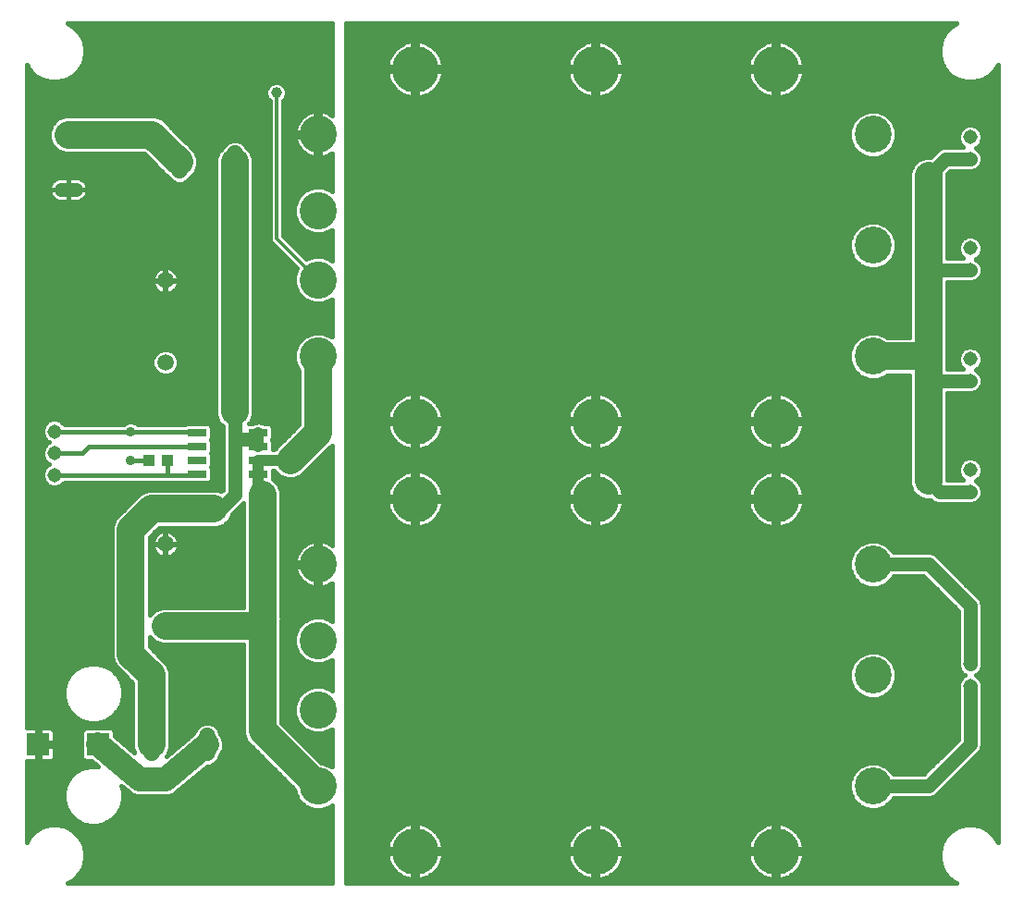
<source format=gbl>
G75*
G70*
%OFA0B0*%
%FSLAX24Y24*%
%IPPOS*%
%LPD*%
%AMOC8*
5,1,8,0,0,1.08239X$1,22.5*
%
%ADD10C,0.1341*%
%ADD11C,0.1329*%
%ADD12C,0.1683*%
%ADD13C,0.0594*%
%ADD14R,0.0827X0.0827*%
%ADD15C,0.0515*%
%ADD16C,0.0515*%
%ADD17C,0.0600*%
%ADD18R,0.0689X0.0256*%
%ADD19R,0.0433X0.0394*%
%ADD20C,0.0500*%
%ADD21C,0.0400*%
%ADD22C,0.1000*%
%ADD23C,0.0396*%
%ADD24C,0.0120*%
%ADD25C,0.0160*%
%ADD26C,0.0700*%
%ADD27C,0.0860*%
%ADD28C,0.0357*%
D10*
X017843Y006308D03*
X017843Y009056D03*
X017843Y011556D03*
X017843Y014308D03*
X017843Y021808D03*
X017843Y024556D03*
X017843Y027056D03*
X017843Y029808D03*
D11*
X037843Y029808D03*
X037843Y025808D03*
X037843Y021808D03*
X037843Y014308D03*
X037843Y010308D03*
X037843Y006308D03*
D12*
X034343Y003958D03*
X027843Y003958D03*
X021343Y003958D03*
X021343Y016658D03*
X021343Y019458D03*
X027843Y019458D03*
X027843Y016658D03*
X034343Y016658D03*
X034343Y019458D03*
X034343Y032158D03*
X027843Y032158D03*
X021343Y032158D03*
D13*
X012343Y024534D03*
X012343Y021582D03*
X012343Y015034D03*
X012343Y012082D03*
D14*
X009926Y007808D03*
X007761Y007808D03*
D15*
X008343Y017521D03*
X008343Y018308D03*
X008343Y019095D03*
X041343Y017702D03*
X041343Y016914D03*
X041343Y020914D03*
X041343Y021702D03*
X041343Y024914D03*
X041343Y025702D03*
X041343Y028914D03*
X041343Y029702D03*
X041343Y010702D03*
X041343Y009914D03*
D16*
X009101Y027824D02*
X008586Y027824D01*
X008586Y029792D02*
X009101Y029792D01*
D17*
X012843Y029108D02*
X012843Y028508D01*
X014843Y028508D02*
X014843Y029108D01*
X013843Y008108D02*
X013843Y007508D01*
X011843Y007508D02*
X011843Y008108D01*
D18*
X013491Y017558D03*
X013491Y018058D03*
X013491Y018558D03*
X013491Y019058D03*
X015696Y019058D03*
X015696Y018558D03*
X015696Y018058D03*
X015696Y017558D03*
D19*
X012428Y018058D03*
X011759Y018058D03*
D20*
X014093Y016308D02*
X014343Y016308D01*
X014843Y016808D01*
X014843Y018808D01*
X015446Y018808D01*
X014843Y018808D02*
X014843Y019808D01*
X037843Y014308D02*
X039843Y014308D01*
X041343Y012808D01*
X041343Y010702D01*
X041343Y009914D02*
X041343Y007808D01*
X039843Y006308D01*
X037843Y006308D01*
X040237Y016914D02*
X039843Y017308D01*
X040237Y016914D02*
X041343Y016914D01*
X041343Y020914D02*
X039950Y020914D01*
X039843Y020808D01*
X039843Y024808D02*
X039950Y024914D01*
X041343Y024914D01*
X039843Y028308D02*
X040450Y028914D01*
X041343Y028914D01*
D21*
X016843Y018058D02*
X015696Y018058D01*
X015696Y017558D01*
X015696Y016956D01*
X015843Y016808D01*
X015696Y018558D02*
X015446Y018808D01*
X015696Y018558D02*
X015696Y019058D01*
D22*
X014843Y019808D02*
X014843Y028808D01*
X012843Y028808D02*
X011859Y029792D01*
X008843Y029792D01*
X017843Y021808D02*
X017843Y019058D01*
X016843Y018058D01*
X015843Y016808D02*
X015843Y012308D01*
X015820Y012082D01*
X012343Y012082D01*
X011093Y011058D02*
X011093Y015558D01*
X011843Y016308D01*
X014093Y016308D01*
X015843Y012308D02*
X015843Y008308D01*
X017843Y006308D01*
X011843Y007808D02*
X011843Y010308D01*
X011093Y011058D01*
X037843Y021808D02*
X039843Y021808D01*
X039843Y020808D01*
X039843Y017308D01*
X039843Y021808D02*
X039843Y024808D01*
X039843Y025808D01*
X039843Y028308D01*
D23*
X016343Y031308D03*
D24*
X016343Y026056D01*
X017843Y024556D01*
D25*
X007343Y007215D02*
X007343Y004286D01*
X007459Y004486D01*
X007665Y004692D01*
X007917Y004838D01*
X008198Y004913D01*
X008489Y004913D01*
X008770Y004838D01*
X009022Y004692D01*
X009228Y004486D01*
X009373Y004235D01*
X009448Y003954D01*
X009448Y003663D01*
X009373Y003381D01*
X009228Y003130D01*
X009022Y002924D01*
X008821Y002808D01*
X018343Y002808D01*
X018343Y005605D01*
X018325Y005587D01*
X018013Y005458D01*
X017674Y005458D01*
X017362Y005587D01*
X017122Y005826D01*
X016993Y006139D01*
X016993Y006197D01*
X015267Y007923D01*
X015163Y008173D01*
X015163Y008443D01*
X015163Y011402D01*
X012208Y011402D01*
X011958Y011505D01*
X011773Y011690D01*
X011773Y011340D01*
X012420Y010693D01*
X012523Y010443D01*
X012523Y010173D01*
X012523Y007673D01*
X012420Y007423D01*
X012377Y007380D01*
X013363Y008202D01*
X013363Y008204D01*
X013437Y008380D01*
X013572Y008515D01*
X013748Y008588D01*
X013939Y008588D01*
X014115Y008515D01*
X014250Y008380D01*
X014323Y008204D01*
X014323Y008185D01*
X014390Y008105D01*
X014462Y007874D01*
X014440Y007632D01*
X014327Y007417D01*
X014323Y007414D01*
X014323Y007413D01*
X014250Y007236D01*
X014115Y007101D01*
X013939Y007028D01*
X013860Y007028D01*
X012755Y006107D01*
X012689Y006041D01*
X012663Y006030D01*
X012641Y006012D01*
X012551Y005984D01*
X012465Y005948D01*
X012436Y005948D01*
X012409Y005940D01*
X012316Y005948D01*
X011454Y005948D01*
X011361Y005940D01*
X011333Y005948D01*
X011305Y005948D01*
X011218Y005984D01*
X011129Y006012D01*
X011107Y006030D01*
X011081Y006041D01*
X011014Y006107D01*
X010755Y006323D01*
X010816Y006099D01*
X010816Y005817D01*
X010743Y005544D01*
X010602Y005300D01*
X010402Y005101D01*
X010158Y004960D01*
X009886Y004887D01*
X009604Y004887D01*
X009332Y004960D01*
X009088Y005101D01*
X008888Y005300D01*
X008747Y005544D01*
X008674Y005817D01*
X008674Y006099D01*
X008747Y006371D01*
X008888Y006615D01*
X009088Y006814D01*
X009332Y006955D01*
X009604Y007028D01*
X009886Y007028D01*
X009920Y007019D01*
X009685Y007215D01*
X009438Y007215D01*
X009333Y007320D01*
X009333Y007626D01*
X009330Y007632D01*
X009308Y007874D01*
X009333Y007954D01*
X009333Y008296D01*
X009438Y008401D01*
X009744Y008401D01*
X009750Y008404D01*
X009992Y008426D01*
X010072Y008401D01*
X010414Y008401D01*
X010519Y008296D01*
X010519Y008108D01*
X011228Y007517D01*
X011163Y007673D01*
X011163Y010026D01*
X010708Y010482D01*
X010517Y010673D01*
X010413Y010923D01*
X010413Y015423D01*
X010413Y015693D01*
X010517Y015943D01*
X011267Y016693D01*
X011458Y016884D01*
X011708Y016988D01*
X014229Y016988D01*
X014361Y016933D01*
X014413Y016986D01*
X014413Y018722D01*
X014413Y018894D01*
X014413Y019276D01*
X014267Y019423D01*
X014163Y019673D01*
X014163Y028943D01*
X014267Y029193D01*
X014424Y029351D01*
X014437Y029380D01*
X014572Y029515D01*
X014748Y029588D01*
X014939Y029588D01*
X015115Y029515D01*
X015250Y029380D01*
X015262Y029351D01*
X015420Y029193D01*
X015523Y028943D01*
X016103Y028943D01*
X016103Y028785D02*
X015523Y028785D01*
X015523Y028943D02*
X015523Y019673D01*
X015420Y019423D01*
X015363Y019366D01*
X015466Y019366D01*
X015481Y019380D01*
X015620Y019438D01*
X015771Y019438D01*
X015911Y019380D01*
X015925Y019366D01*
X016115Y019366D01*
X016220Y019261D01*
X016220Y018856D01*
X016173Y018808D01*
X016220Y018761D01*
X016220Y018438D01*
X016265Y018438D01*
X016267Y018443D01*
X017163Y019340D01*
X017163Y021285D01*
X017122Y021326D01*
X016993Y021639D01*
X016993Y021977D01*
X017122Y022290D01*
X017362Y022529D01*
X017674Y022658D01*
X018013Y022658D01*
X018325Y022529D01*
X018343Y022511D01*
X018343Y023853D01*
X018325Y023835D01*
X018013Y023706D01*
X017674Y023706D01*
X017362Y023835D01*
X017122Y024074D01*
X016993Y024387D01*
X016993Y024725D01*
X017093Y024967D01*
X016140Y025920D01*
X016103Y026008D01*
X016103Y026104D01*
X016103Y031013D01*
X016023Y031094D01*
X015965Y031233D01*
X015965Y031383D01*
X016023Y031522D01*
X016129Y031629D01*
X016268Y031686D01*
X016419Y031686D01*
X016558Y031629D01*
X016664Y031522D01*
X016722Y031383D01*
X016722Y031233D01*
X016664Y031094D01*
X016583Y031013D01*
X016583Y026155D01*
X017433Y025306D01*
X017674Y025406D01*
X018013Y025406D01*
X018325Y025277D01*
X018343Y025259D01*
X018343Y026353D01*
X018325Y026335D01*
X018013Y026206D01*
X017674Y026206D01*
X017362Y026335D01*
X017122Y026574D01*
X016993Y026887D01*
X016993Y027225D01*
X017122Y027538D01*
X017362Y027777D01*
X017674Y027906D01*
X018013Y027906D01*
X018325Y027777D01*
X018343Y027759D01*
X018343Y029120D01*
X018317Y029099D01*
X018220Y029044D01*
X018117Y029001D01*
X018010Y028972D01*
X017923Y028961D01*
X017923Y029728D01*
X017763Y029728D01*
X016996Y029728D01*
X017008Y029642D01*
X017036Y029534D01*
X017079Y029431D01*
X017135Y029334D01*
X017203Y029246D01*
X017281Y029167D01*
X017370Y029099D01*
X017466Y029044D01*
X017569Y029001D01*
X017677Y028972D01*
X017763Y028961D01*
X017763Y029728D01*
X017763Y029888D01*
X016996Y029888D01*
X017008Y029974D01*
X017036Y030082D01*
X017079Y030185D01*
X017135Y030282D01*
X017203Y030370D01*
X016583Y030370D01*
X016583Y030212D02*
X017094Y030212D01*
X017029Y030053D02*
X016583Y030053D01*
X016583Y029895D02*
X016997Y029895D01*
X017025Y029577D02*
X016583Y029577D01*
X016583Y029419D02*
X017086Y029419D01*
X017192Y029260D02*
X016583Y029260D01*
X016583Y029102D02*
X017367Y029102D01*
X017763Y029102D02*
X017923Y029102D01*
X017923Y029260D02*
X017763Y029260D01*
X017763Y029419D02*
X017923Y029419D01*
X017923Y029577D02*
X017763Y029577D01*
X017763Y029736D02*
X016583Y029736D01*
X016103Y029736D02*
X012877Y029736D01*
X012719Y029895D02*
X016103Y029895D01*
X016103Y030053D02*
X012560Y030053D01*
X012401Y030212D02*
X016103Y030212D01*
X016103Y030370D02*
X012241Y030370D01*
X012244Y030369D02*
X011994Y030472D01*
X011724Y030472D01*
X008708Y030472D01*
X008458Y030369D01*
X008267Y030177D01*
X008163Y029928D01*
X008163Y029915D01*
X008149Y029879D01*
X008149Y029705D01*
X008163Y029669D01*
X008163Y029657D01*
X008267Y029407D01*
X008458Y029216D01*
X008708Y029112D01*
X011578Y029112D01*
X012424Y028265D01*
X012437Y028236D01*
X012572Y028101D01*
X012748Y028028D01*
X012939Y028028D01*
X013115Y028101D01*
X013250Y028236D01*
X013262Y028265D01*
X013420Y028423D01*
X013523Y028673D01*
X013523Y028943D01*
X014164Y028943D01*
X014163Y028785D02*
X013523Y028785D01*
X013523Y028943D02*
X013420Y029193D01*
X013262Y029351D01*
X013250Y029380D01*
X013115Y029515D01*
X013086Y029527D01*
X012244Y030369D01*
X013036Y029577D02*
X014723Y029577D01*
X014964Y029577D02*
X016103Y029577D01*
X016103Y029419D02*
X015211Y029419D01*
X015353Y029260D02*
X016103Y029260D01*
X016103Y029102D02*
X015458Y029102D01*
X015523Y028626D02*
X016103Y028626D01*
X016103Y028468D02*
X015523Y028468D01*
X015523Y028309D02*
X016103Y028309D01*
X016103Y028151D02*
X015523Y028151D01*
X015523Y027992D02*
X016103Y027992D01*
X016103Y027834D02*
X015523Y027834D01*
X015523Y027675D02*
X016103Y027675D01*
X016103Y027516D02*
X015523Y027516D01*
X015523Y027358D02*
X016103Y027358D01*
X016103Y027199D02*
X015523Y027199D01*
X015523Y027041D02*
X016103Y027041D01*
X016103Y026882D02*
X015523Y026882D01*
X015523Y026724D02*
X016103Y026724D01*
X016103Y026565D02*
X015523Y026565D01*
X015523Y026407D02*
X016103Y026407D01*
X016103Y026248D02*
X015523Y026248D01*
X015523Y026090D02*
X016103Y026090D01*
X016135Y025931D02*
X015523Y025931D01*
X015523Y025772D02*
X016288Y025772D01*
X016446Y025614D02*
X015523Y025614D01*
X015523Y025455D02*
X016605Y025455D01*
X016763Y025297D02*
X015523Y025297D01*
X015523Y025138D02*
X016922Y025138D01*
X017080Y024980D02*
X015523Y024980D01*
X015523Y024821D02*
X017033Y024821D01*
X016993Y024663D02*
X015523Y024663D01*
X015523Y024504D02*
X016993Y024504D01*
X017010Y024346D02*
X015523Y024346D01*
X015523Y024187D02*
X017076Y024187D01*
X017168Y024028D02*
X015523Y024028D01*
X015523Y023870D02*
X017327Y023870D01*
X017660Y023711D02*
X015523Y023711D01*
X015523Y023553D02*
X018343Y023553D01*
X018343Y023711D02*
X018027Y023711D01*
X018343Y023394D02*
X015523Y023394D01*
X015523Y023236D02*
X018343Y023236D01*
X018343Y023077D02*
X015523Y023077D01*
X015523Y022919D02*
X018343Y022919D01*
X018343Y022760D02*
X015523Y022760D01*
X015523Y022602D02*
X017537Y022602D01*
X017276Y022443D02*
X015523Y022443D01*
X015523Y022284D02*
X017120Y022284D01*
X017055Y022126D02*
X015523Y022126D01*
X015523Y021967D02*
X016993Y021967D01*
X016993Y021809D02*
X015523Y021809D01*
X015523Y021650D02*
X016993Y021650D01*
X017054Y021492D02*
X015523Y021492D01*
X015523Y021333D02*
X017120Y021333D01*
X017163Y021175D02*
X015523Y021175D01*
X015523Y021016D02*
X017163Y021016D01*
X017163Y020858D02*
X015523Y020858D01*
X015523Y020699D02*
X017163Y020699D01*
X017163Y020541D02*
X015523Y020541D01*
X015523Y020382D02*
X017163Y020382D01*
X017163Y020223D02*
X015523Y020223D01*
X015523Y020065D02*
X017163Y020065D01*
X017163Y019906D02*
X015523Y019906D01*
X015523Y019748D02*
X017163Y019748D01*
X017163Y019589D02*
X015489Y019589D01*
X015423Y019431D02*
X015603Y019431D01*
X015789Y019431D02*
X017163Y019431D01*
X017096Y019272D02*
X016209Y019272D01*
X016220Y019114D02*
X016937Y019114D01*
X016779Y018955D02*
X016220Y018955D01*
X016184Y018797D02*
X016620Y018797D01*
X016462Y018638D02*
X016220Y018638D01*
X016220Y018479D02*
X016303Y018479D01*
X016265Y017678D02*
X016267Y017673D01*
X016458Y017482D01*
X016708Y017378D01*
X016979Y017378D01*
X017229Y017482D01*
X018229Y018482D01*
X018343Y018596D01*
X018343Y014996D01*
X018317Y015017D01*
X018220Y015072D01*
X018117Y015115D01*
X018010Y015144D01*
X017923Y015155D01*
X017923Y014388D01*
X017763Y014388D01*
X017763Y014228D01*
X016996Y014228D01*
X017008Y014142D01*
X017036Y014034D01*
X017079Y013931D01*
X017135Y013834D01*
X017203Y013746D01*
X017281Y013667D01*
X017370Y013599D01*
X017466Y013544D01*
X017569Y013501D01*
X017677Y013472D01*
X017763Y013461D01*
X017763Y014228D01*
X017923Y014228D01*
X017923Y013461D01*
X018010Y013472D01*
X018117Y013501D01*
X018220Y013544D01*
X018317Y013599D01*
X018343Y013620D01*
X018343Y012259D01*
X018325Y012277D01*
X018013Y012406D01*
X017674Y012406D01*
X017362Y012277D01*
X017122Y012038D01*
X016993Y011725D01*
X016993Y011387D01*
X017122Y011074D01*
X017362Y010835D01*
X017674Y010706D01*
X018013Y010706D01*
X018325Y010835D01*
X018343Y010853D01*
X018343Y009759D01*
X018325Y009777D01*
X018013Y009906D01*
X017674Y009906D01*
X017362Y009777D01*
X017122Y009538D01*
X016993Y009225D01*
X016993Y008887D01*
X017122Y008574D01*
X017362Y008335D01*
X017674Y008206D01*
X018013Y008206D01*
X018325Y008335D01*
X018343Y008353D01*
X018343Y007011D01*
X018325Y007029D01*
X018013Y007158D01*
X017955Y007158D01*
X016523Y008590D01*
X016523Y012173D01*
X016523Y012273D01*
X016534Y012372D01*
X016523Y012407D01*
X016523Y016943D01*
X016420Y017193D01*
X016229Y017384D01*
X016220Y017388D01*
X016220Y017678D01*
X016265Y017678D01*
X016220Y017528D02*
X016412Y017528D01*
X016243Y017370D02*
X018343Y017370D01*
X018343Y017528D02*
X017275Y017528D01*
X017434Y017687D02*
X018343Y017687D01*
X018343Y017845D02*
X017592Y017845D01*
X017751Y018004D02*
X018343Y018004D01*
X018343Y018162D02*
X017909Y018162D01*
X018068Y018321D02*
X018343Y018321D01*
X018343Y018479D02*
X018226Y018479D01*
X018229Y018482D02*
X018229Y018482D01*
X018843Y018479D02*
X021045Y018479D01*
X021060Y018474D02*
X021172Y018449D01*
X021263Y018438D01*
X021263Y019377D01*
X021423Y019377D01*
X021423Y018438D01*
X021515Y018449D01*
X021627Y018474D01*
X021735Y018512D01*
X021838Y018562D01*
X021936Y018623D01*
X022025Y018695D01*
X022106Y018776D01*
X022178Y018865D01*
X022239Y018963D01*
X022289Y019066D01*
X022327Y019174D01*
X022352Y019286D01*
X022363Y019378D01*
X021424Y019378D01*
X021424Y019538D01*
X022363Y019538D01*
X022352Y019629D01*
X022327Y019741D01*
X022289Y019849D01*
X022239Y019953D01*
X022178Y020050D01*
X022106Y020140D01*
X022025Y020221D01*
X021936Y020292D01*
X021838Y020353D01*
X021735Y020403D01*
X021627Y020441D01*
X021515Y020466D01*
X021423Y020477D01*
X021423Y019538D01*
X021263Y019538D01*
X021263Y019378D01*
X020324Y019378D01*
X020335Y019286D01*
X020360Y019174D01*
X020398Y019066D01*
X020448Y018963D01*
X020509Y018865D01*
X020580Y018776D01*
X020662Y018695D01*
X020751Y018623D01*
X020848Y018562D01*
X020952Y018512D01*
X021060Y018474D01*
X021263Y018479D02*
X021423Y018479D01*
X021423Y018638D02*
X021263Y018638D01*
X021263Y018797D02*
X021423Y018797D01*
X021423Y018955D02*
X021263Y018955D01*
X021263Y019114D02*
X021423Y019114D01*
X021423Y019272D02*
X021263Y019272D01*
X021263Y019431D02*
X018843Y019431D01*
X018843Y019589D02*
X020330Y019589D01*
X020335Y019629D02*
X020324Y019538D01*
X021263Y019538D01*
X021263Y020477D01*
X021172Y020466D01*
X021060Y020441D01*
X020952Y020403D01*
X020848Y020353D01*
X020751Y020292D01*
X020662Y020221D01*
X020580Y020140D01*
X020509Y020050D01*
X020448Y019953D01*
X020398Y019849D01*
X020360Y019741D01*
X020335Y019629D01*
X020363Y019748D02*
X018843Y019748D01*
X018843Y019906D02*
X020426Y019906D01*
X020521Y020065D02*
X018843Y020065D01*
X018843Y020223D02*
X020665Y020223D01*
X020908Y020382D02*
X018843Y020382D01*
X018843Y020541D02*
X039163Y020541D01*
X039163Y020699D02*
X018843Y020699D01*
X018843Y020858D02*
X039163Y020858D01*
X039163Y020943D02*
X039163Y017173D01*
X039267Y016923D01*
X039458Y016732D01*
X039708Y016628D01*
X039915Y016628D01*
X039994Y016550D01*
X040152Y016484D01*
X040323Y016484D01*
X041238Y016484D01*
X041256Y016477D01*
X041430Y016477D01*
X041591Y016543D01*
X041714Y016666D01*
X041781Y016827D01*
X041781Y017001D01*
X041714Y017162D01*
X041591Y017285D01*
X041536Y017308D01*
X041591Y017331D01*
X041714Y017454D01*
X041781Y017615D01*
X041781Y017789D01*
X041714Y017950D01*
X041591Y018073D01*
X041430Y018139D01*
X041256Y018139D01*
X041096Y018073D01*
X040973Y017950D01*
X040906Y017789D01*
X040906Y017615D01*
X040973Y017454D01*
X041082Y017344D01*
X040523Y017344D01*
X040523Y020484D01*
X041238Y020484D01*
X041256Y020477D01*
X041430Y020477D01*
X041591Y020543D01*
X041714Y020666D01*
X041781Y020827D01*
X041781Y021001D01*
X041714Y021162D01*
X041591Y021285D01*
X041536Y021308D01*
X041591Y021331D01*
X041714Y021454D01*
X041781Y021615D01*
X041781Y021789D01*
X041714Y021950D01*
X041591Y022073D01*
X041430Y022139D01*
X041256Y022139D01*
X041096Y022073D01*
X040973Y021950D01*
X040906Y021789D01*
X040906Y021615D01*
X040973Y021454D01*
X041082Y021344D01*
X040523Y021344D01*
X040523Y021673D01*
X040523Y024484D01*
X041238Y024484D01*
X041256Y024477D01*
X041430Y024477D01*
X041591Y024543D01*
X041714Y024666D01*
X041781Y024827D01*
X041781Y025001D01*
X041714Y025162D01*
X041591Y025285D01*
X041536Y025308D01*
X041591Y025331D01*
X041714Y025454D01*
X041781Y025615D01*
X041781Y025789D01*
X041714Y025950D01*
X041591Y026073D01*
X041430Y026139D01*
X041256Y026139D01*
X041096Y026073D01*
X040973Y025950D01*
X040906Y025789D01*
X040906Y025615D01*
X040973Y025454D01*
X041082Y025344D01*
X040523Y025344D01*
X040523Y025673D01*
X040523Y028380D01*
X040628Y028484D01*
X041238Y028484D01*
X041256Y028477D01*
X041430Y028477D01*
X041591Y028543D01*
X041714Y028666D01*
X041781Y028827D01*
X041781Y029001D01*
X041714Y029162D01*
X041591Y029285D01*
X041536Y029308D01*
X041591Y029331D01*
X041714Y029454D01*
X041781Y029615D01*
X041781Y029789D01*
X041714Y029950D01*
X041591Y030073D01*
X041430Y030139D01*
X041256Y030139D01*
X041096Y030073D01*
X040973Y029950D01*
X040906Y029789D01*
X040906Y029615D01*
X040973Y029454D01*
X041082Y029344D01*
X040535Y029344D01*
X040364Y029344D01*
X040206Y029279D01*
X039915Y028988D01*
X039708Y028988D01*
X039458Y028884D01*
X039267Y028693D01*
X039163Y028443D01*
X039163Y025673D01*
X039163Y024673D01*
X039163Y022488D01*
X038358Y022488D01*
X038322Y022524D01*
X038011Y022653D01*
X037675Y022653D01*
X037365Y022524D01*
X037127Y022286D01*
X036999Y021976D01*
X036999Y021640D01*
X037127Y021330D01*
X037365Y021092D01*
X037675Y020963D01*
X038011Y020963D01*
X038322Y021092D01*
X038358Y021128D01*
X039163Y021128D01*
X039163Y020943D01*
X039163Y021016D02*
X038139Y021016D01*
X037548Y021016D02*
X018843Y021016D01*
X018843Y021175D02*
X037282Y021175D01*
X037126Y021333D02*
X018843Y021333D01*
X018843Y021492D02*
X037060Y021492D01*
X036999Y021650D02*
X018843Y021650D01*
X018843Y021809D02*
X036999Y021809D01*
X036999Y021967D02*
X018843Y021967D01*
X018843Y022126D02*
X037061Y022126D01*
X037127Y022284D02*
X018843Y022284D01*
X018843Y022443D02*
X037284Y022443D01*
X037552Y022602D02*
X018843Y022602D01*
X018843Y022760D02*
X039163Y022760D01*
X039163Y022602D02*
X038135Y022602D01*
X039163Y022919D02*
X018843Y022919D01*
X018843Y023077D02*
X039163Y023077D01*
X039163Y023236D02*
X018843Y023236D01*
X018843Y023394D02*
X039163Y023394D01*
X039163Y023553D02*
X018843Y023553D01*
X018843Y023711D02*
X039163Y023711D01*
X039163Y023870D02*
X018843Y023870D01*
X018843Y024028D02*
X039163Y024028D01*
X039163Y024187D02*
X018843Y024187D01*
X018843Y024346D02*
X039163Y024346D01*
X039163Y024504D02*
X018843Y024504D01*
X018843Y024663D02*
X039163Y024663D01*
X039163Y024821D02*
X018843Y024821D01*
X018843Y024980D02*
X037636Y024980D01*
X037675Y024963D02*
X038011Y024963D01*
X038322Y025092D01*
X038559Y025330D01*
X038688Y025640D01*
X038688Y025976D01*
X038559Y026286D01*
X038322Y026524D01*
X038011Y026653D01*
X037675Y026653D01*
X037365Y026524D01*
X037127Y026286D01*
X036999Y025976D01*
X036999Y025640D01*
X037127Y025330D01*
X037365Y025092D01*
X037675Y024963D01*
X038051Y024980D02*
X039163Y024980D01*
X039163Y025138D02*
X038368Y025138D01*
X038527Y025297D02*
X039163Y025297D01*
X039163Y025455D02*
X038611Y025455D01*
X038677Y025614D02*
X039163Y025614D01*
X039163Y025772D02*
X038688Y025772D01*
X038688Y025931D02*
X039163Y025931D01*
X039163Y026090D02*
X038641Y026090D01*
X038575Y026248D02*
X039163Y026248D01*
X039163Y026407D02*
X038439Y026407D01*
X038222Y026565D02*
X039163Y026565D01*
X039163Y026724D02*
X018843Y026724D01*
X018843Y026882D02*
X039163Y026882D01*
X039163Y027041D02*
X018843Y027041D01*
X018843Y027199D02*
X039163Y027199D01*
X039163Y027358D02*
X018843Y027358D01*
X018843Y027516D02*
X039163Y027516D01*
X039163Y027675D02*
X018843Y027675D01*
X018843Y027834D02*
X039163Y027834D01*
X039163Y027992D02*
X018843Y027992D01*
X018843Y028151D02*
X039163Y028151D01*
X039163Y028309D02*
X018843Y028309D01*
X018843Y028468D02*
X039174Y028468D01*
X039239Y028626D02*
X018843Y028626D01*
X018843Y028785D02*
X039359Y028785D01*
X039600Y028943D02*
X018843Y028943D01*
X018843Y029102D02*
X037355Y029102D01*
X037365Y029092D02*
X037675Y028963D01*
X038011Y028963D01*
X038322Y029092D01*
X038559Y029330D01*
X038688Y029640D01*
X038688Y029976D01*
X038559Y030286D01*
X038322Y030524D01*
X038011Y030653D01*
X037675Y030653D01*
X037365Y030524D01*
X037127Y030286D01*
X036999Y029976D01*
X036999Y029640D01*
X037127Y029330D01*
X037365Y029092D01*
X037197Y029260D02*
X018843Y029260D01*
X018843Y029419D02*
X037090Y029419D01*
X037025Y029577D02*
X018843Y029577D01*
X018843Y029736D02*
X036999Y029736D01*
X036999Y029895D02*
X018843Y029895D01*
X018843Y030053D02*
X037031Y030053D01*
X037097Y030212D02*
X018843Y030212D01*
X018843Y030370D02*
X037211Y030370D01*
X037377Y030529D02*
X018843Y030529D01*
X018843Y030687D02*
X042343Y030687D01*
X042343Y030529D02*
X038310Y030529D01*
X038476Y030370D02*
X042343Y030370D01*
X042343Y030212D02*
X038590Y030212D01*
X038656Y030053D02*
X041076Y030053D01*
X040950Y029895D02*
X038688Y029895D01*
X038688Y029736D02*
X040906Y029736D01*
X040921Y029577D02*
X038662Y029577D01*
X038596Y029419D02*
X041008Y029419D01*
X041616Y029260D02*
X042343Y029260D01*
X042343Y029102D02*
X041739Y029102D01*
X041781Y028943D02*
X042343Y028943D01*
X042343Y028785D02*
X041763Y028785D01*
X041674Y028626D02*
X042343Y028626D01*
X042343Y028468D02*
X040611Y028468D01*
X040523Y028309D02*
X042343Y028309D01*
X042343Y028151D02*
X040523Y028151D01*
X040523Y027992D02*
X042343Y027992D01*
X042343Y027834D02*
X040523Y027834D01*
X040523Y027675D02*
X042343Y027675D01*
X042343Y027516D02*
X040523Y027516D01*
X040523Y027358D02*
X042343Y027358D01*
X042343Y027199D02*
X040523Y027199D01*
X040523Y027041D02*
X042343Y027041D01*
X042343Y026882D02*
X040523Y026882D01*
X040523Y026724D02*
X042343Y026724D01*
X042343Y026565D02*
X040523Y026565D01*
X040523Y026407D02*
X042343Y026407D01*
X042343Y026248D02*
X040523Y026248D01*
X040523Y026090D02*
X041137Y026090D01*
X040965Y025931D02*
X040523Y025931D01*
X040523Y025772D02*
X040906Y025772D01*
X040906Y025614D02*
X040523Y025614D01*
X040523Y025455D02*
X040972Y025455D01*
X041563Y025297D02*
X042343Y025297D01*
X042343Y025455D02*
X041715Y025455D01*
X041781Y025614D02*
X042343Y025614D01*
X042343Y025772D02*
X041781Y025772D01*
X041722Y025931D02*
X042343Y025931D01*
X042343Y026090D02*
X041550Y026090D01*
X041724Y025138D02*
X042343Y025138D01*
X042343Y024980D02*
X041781Y024980D01*
X041778Y024821D02*
X042343Y024821D01*
X042343Y024663D02*
X041710Y024663D01*
X041496Y024504D02*
X042343Y024504D01*
X042343Y024346D02*
X040523Y024346D01*
X040523Y024187D02*
X042343Y024187D01*
X042343Y024028D02*
X040523Y024028D01*
X040523Y023870D02*
X042343Y023870D01*
X042343Y023711D02*
X040523Y023711D01*
X040523Y023553D02*
X042343Y023553D01*
X042343Y023394D02*
X040523Y023394D01*
X040523Y023236D02*
X042343Y023236D01*
X042343Y023077D02*
X040523Y023077D01*
X040523Y022919D02*
X042343Y022919D01*
X042343Y022760D02*
X040523Y022760D01*
X040523Y022602D02*
X042343Y022602D01*
X042343Y022443D02*
X040523Y022443D01*
X040523Y022284D02*
X042343Y022284D01*
X042343Y022126D02*
X041462Y022126D01*
X041224Y022126D02*
X040523Y022126D01*
X040523Y021967D02*
X040990Y021967D01*
X040914Y021809D02*
X040523Y021809D01*
X040523Y021650D02*
X040906Y021650D01*
X040957Y021492D02*
X040523Y021492D01*
X041594Y021333D02*
X042343Y021333D01*
X042343Y021175D02*
X041702Y021175D01*
X041775Y021016D02*
X042343Y021016D01*
X042343Y020858D02*
X041781Y020858D01*
X041728Y020699D02*
X042343Y020699D01*
X042343Y020541D02*
X041584Y020541D01*
X042343Y020382D02*
X040523Y020382D01*
X040523Y020223D02*
X042343Y020223D01*
X042343Y020065D02*
X040523Y020065D01*
X040523Y019906D02*
X042343Y019906D01*
X042343Y019748D02*
X040523Y019748D01*
X040523Y019589D02*
X042343Y019589D01*
X042343Y019431D02*
X040523Y019431D01*
X040523Y019272D02*
X042343Y019272D01*
X042343Y019114D02*
X040523Y019114D01*
X040523Y018955D02*
X042343Y018955D01*
X042343Y018797D02*
X040523Y018797D01*
X040523Y018638D02*
X042343Y018638D01*
X042343Y018479D02*
X040523Y018479D01*
X040523Y018321D02*
X042343Y018321D01*
X042343Y018162D02*
X040523Y018162D01*
X040523Y018004D02*
X041027Y018004D01*
X040929Y017845D02*
X040523Y017845D01*
X040523Y017687D02*
X040906Y017687D01*
X040942Y017528D02*
X040523Y017528D01*
X040523Y017370D02*
X041057Y017370D01*
X041630Y017370D02*
X042343Y017370D01*
X042343Y017528D02*
X041745Y017528D01*
X041781Y017687D02*
X042343Y017687D01*
X042343Y017845D02*
X041758Y017845D01*
X041660Y018004D02*
X042343Y018004D01*
X042343Y017211D02*
X041665Y017211D01*
X041760Y017053D02*
X042343Y017053D01*
X042343Y016894D02*
X041781Y016894D01*
X041743Y016735D02*
X042343Y016735D01*
X042343Y016577D02*
X041625Y016577D01*
X042343Y016418D02*
X035337Y016418D01*
X035327Y016375D02*
X035352Y016487D01*
X035363Y016578D01*
X034424Y016578D01*
X034424Y016738D01*
X035363Y016738D01*
X035352Y016830D01*
X035327Y016942D01*
X035289Y017050D01*
X035239Y017153D01*
X035178Y017251D01*
X035106Y017340D01*
X035025Y017421D01*
X034936Y017493D01*
X034838Y017554D01*
X034735Y017604D01*
X034627Y017642D01*
X034515Y017667D01*
X034423Y017678D01*
X034423Y016739D01*
X034263Y016739D01*
X034263Y017678D01*
X034172Y017667D01*
X034060Y017642D01*
X033952Y017604D01*
X033848Y017554D01*
X033751Y017493D01*
X033662Y017421D01*
X033580Y017340D01*
X033509Y017251D01*
X033448Y017153D01*
X033398Y017050D01*
X033360Y016942D01*
X033335Y016830D01*
X033324Y016738D01*
X034263Y016738D01*
X034263Y016578D01*
X034423Y016578D01*
X034423Y015639D01*
X034515Y015650D01*
X034627Y015675D01*
X034735Y015713D01*
X034838Y015763D01*
X034936Y015824D01*
X035025Y015895D01*
X035106Y015976D01*
X035178Y016066D01*
X035239Y016163D01*
X035289Y016267D01*
X035327Y016375D01*
X035286Y016260D02*
X042343Y016260D01*
X042343Y016101D02*
X035200Y016101D01*
X035073Y015943D02*
X042343Y015943D01*
X042343Y015784D02*
X034873Y015784D01*
X034423Y015784D02*
X034263Y015784D01*
X034263Y015639D02*
X034263Y016578D01*
X033324Y016578D01*
X033335Y016487D01*
X033360Y016375D01*
X033398Y016267D01*
X033448Y016163D01*
X033509Y016066D01*
X033580Y015976D01*
X033662Y015895D01*
X033751Y015824D01*
X033848Y015763D01*
X033952Y015713D01*
X034060Y015675D01*
X034172Y015650D01*
X034263Y015639D01*
X034263Y015943D02*
X034423Y015943D01*
X034423Y016101D02*
X034263Y016101D01*
X034263Y016260D02*
X034423Y016260D01*
X034423Y016418D02*
X034263Y016418D01*
X034263Y016577D02*
X034423Y016577D01*
X034424Y016735D02*
X039454Y016735D01*
X039296Y016894D02*
X035338Y016894D01*
X035288Y017053D02*
X039213Y017053D01*
X039163Y017211D02*
X035203Y017211D01*
X035077Y017370D02*
X039163Y017370D01*
X039163Y017528D02*
X034880Y017528D01*
X034423Y017528D02*
X034263Y017528D01*
X034263Y017370D02*
X034423Y017370D01*
X034423Y017211D02*
X034263Y017211D01*
X034263Y017053D02*
X034423Y017053D01*
X034423Y016894D02*
X034263Y016894D01*
X034263Y016735D02*
X027924Y016735D01*
X027924Y016738D02*
X028863Y016738D01*
X028852Y016830D01*
X028827Y016942D01*
X028789Y017050D01*
X028739Y017153D01*
X028678Y017251D01*
X028606Y017340D01*
X028525Y017421D01*
X028436Y017493D01*
X028338Y017554D01*
X028235Y017604D01*
X028127Y017642D01*
X028015Y017667D01*
X027923Y017678D01*
X027923Y016739D01*
X027763Y016739D01*
X027763Y017678D01*
X027672Y017667D01*
X027560Y017642D01*
X027452Y017604D01*
X027348Y017554D01*
X027251Y017493D01*
X027162Y017421D01*
X027080Y017340D01*
X027009Y017251D01*
X026948Y017153D01*
X026898Y017050D01*
X026860Y016942D01*
X026835Y016830D01*
X026824Y016738D01*
X027763Y016738D01*
X027763Y016578D01*
X027923Y016578D01*
X027923Y015639D01*
X028015Y015650D01*
X028127Y015675D01*
X028235Y015713D01*
X028338Y015763D01*
X028436Y015824D01*
X028525Y015895D01*
X028606Y015976D01*
X028678Y016066D01*
X028739Y016163D01*
X028789Y016267D01*
X028827Y016375D01*
X028852Y016487D01*
X028863Y016578D01*
X027924Y016578D01*
X027924Y016738D01*
X027923Y016894D02*
X027763Y016894D01*
X027763Y016735D02*
X021424Y016735D01*
X021424Y016738D02*
X022363Y016738D01*
X022352Y016830D01*
X022327Y016942D01*
X022289Y017050D01*
X022239Y017153D01*
X022178Y017251D01*
X022106Y017340D01*
X022025Y017421D01*
X021936Y017493D01*
X021838Y017554D01*
X021735Y017604D01*
X021627Y017642D01*
X021515Y017667D01*
X021423Y017678D01*
X021423Y016739D01*
X021263Y016739D01*
X021263Y017678D01*
X021172Y017667D01*
X021060Y017642D01*
X020952Y017604D01*
X020848Y017554D01*
X020751Y017493D01*
X020662Y017421D01*
X020580Y017340D01*
X020509Y017251D01*
X020448Y017153D01*
X020398Y017050D01*
X020360Y016942D01*
X020335Y016830D01*
X020324Y016738D01*
X021263Y016738D01*
X021263Y016578D01*
X021423Y016578D01*
X021423Y015639D01*
X021515Y015650D01*
X021627Y015675D01*
X021735Y015713D01*
X021838Y015763D01*
X021936Y015824D01*
X022025Y015895D01*
X022106Y015976D01*
X022178Y016066D01*
X022239Y016163D01*
X022289Y016267D01*
X022327Y016375D01*
X022352Y016487D01*
X022363Y016578D01*
X021424Y016578D01*
X021424Y016738D01*
X021423Y016894D02*
X021263Y016894D01*
X021263Y016735D02*
X018843Y016735D01*
X018843Y016577D02*
X020324Y016577D01*
X020324Y016578D02*
X020335Y016487D01*
X020360Y016375D01*
X020398Y016267D01*
X020448Y016163D01*
X020509Y016066D01*
X020580Y015976D01*
X020662Y015895D01*
X020751Y015824D01*
X020848Y015763D01*
X020952Y015713D01*
X021060Y015675D01*
X021172Y015650D01*
X021263Y015639D01*
X021263Y016578D01*
X020324Y016578D01*
X020350Y016418D02*
X018843Y016418D01*
X018843Y016260D02*
X020401Y016260D01*
X020487Y016101D02*
X018843Y016101D01*
X018843Y015943D02*
X020614Y015943D01*
X020814Y015784D02*
X018843Y015784D01*
X018843Y015626D02*
X042343Y015626D01*
X042343Y015467D02*
X018843Y015467D01*
X018843Y015309D02*
X042343Y015309D01*
X042343Y015150D02*
X038018Y015150D01*
X038011Y015153D02*
X037675Y015153D01*
X037365Y015024D01*
X037127Y014786D01*
X036999Y014476D01*
X036999Y014140D01*
X037127Y013830D01*
X037365Y013592D01*
X037675Y013463D01*
X038011Y013463D01*
X038322Y013592D01*
X038559Y013830D01*
X038579Y013878D01*
X039665Y013878D01*
X040913Y012630D01*
X040913Y010807D01*
X040906Y010789D01*
X040906Y010615D01*
X040973Y010454D01*
X041096Y010331D01*
X041151Y010308D01*
X041096Y010285D01*
X040973Y010162D01*
X040906Y010001D01*
X040906Y009827D01*
X040913Y009809D01*
X040913Y007986D01*
X039665Y006738D01*
X038579Y006738D01*
X038559Y006786D01*
X038322Y007024D01*
X038011Y007153D01*
X037675Y007153D01*
X037365Y007024D01*
X037127Y006786D01*
X036999Y006476D01*
X036999Y006140D01*
X037127Y005830D01*
X037365Y005592D01*
X037675Y005463D01*
X038011Y005463D01*
X038322Y005592D01*
X038559Y005830D01*
X038579Y005878D01*
X039758Y005878D01*
X039929Y005878D01*
X040087Y005944D01*
X041587Y007444D01*
X041708Y007564D01*
X041773Y007722D01*
X041773Y009809D01*
X041781Y009827D01*
X041781Y010001D01*
X041714Y010162D01*
X041591Y010285D01*
X041536Y010308D01*
X041591Y010331D01*
X041714Y010454D01*
X041781Y010615D01*
X041781Y010789D01*
X041773Y010807D01*
X041773Y012894D01*
X041708Y013052D01*
X041587Y013173D01*
X040087Y014673D01*
X039929Y014738D01*
X039758Y014738D01*
X038579Y014738D01*
X038559Y014786D01*
X038322Y015024D01*
X038011Y015153D01*
X037669Y015150D02*
X018843Y015150D01*
X018843Y014991D02*
X037333Y014991D01*
X037174Y014833D02*
X018843Y014833D01*
X018843Y014674D02*
X037081Y014674D01*
X037015Y014516D02*
X018843Y014516D01*
X018843Y014357D02*
X036999Y014357D01*
X036999Y014199D02*
X018843Y014199D01*
X018843Y014040D02*
X037040Y014040D01*
X037106Y013882D02*
X018843Y013882D01*
X018843Y013723D02*
X037234Y013723D01*
X037431Y013565D02*
X018843Y013565D01*
X018843Y013406D02*
X040137Y013406D01*
X039979Y013565D02*
X038256Y013565D01*
X038453Y013723D02*
X039820Y013723D01*
X040296Y013248D02*
X018843Y013248D01*
X018843Y013089D02*
X040454Y013089D01*
X040613Y012930D02*
X018843Y012930D01*
X018843Y012772D02*
X040771Y012772D01*
X040913Y012613D02*
X018843Y012613D01*
X018843Y012455D02*
X040913Y012455D01*
X040913Y012296D02*
X018843Y012296D01*
X018843Y012138D02*
X040913Y012138D01*
X040913Y011979D02*
X018843Y011979D01*
X018843Y011821D02*
X040913Y011821D01*
X040913Y011662D02*
X018843Y011662D01*
X018843Y011504D02*
X040913Y011504D01*
X040913Y011345D02*
X018843Y011345D01*
X018843Y011186D02*
X040913Y011186D01*
X040913Y011028D02*
X038312Y011028D01*
X038322Y011024D02*
X038011Y011153D01*
X037675Y011153D01*
X037365Y011024D01*
X037127Y010786D01*
X036999Y010476D01*
X036999Y010140D01*
X037127Y009830D01*
X037365Y009592D01*
X037675Y009463D01*
X038011Y009463D01*
X038322Y009592D01*
X038559Y009830D01*
X038688Y010140D01*
X038688Y010476D01*
X038559Y010786D01*
X038322Y011024D01*
X038476Y010869D02*
X040913Y010869D01*
X040906Y010711D02*
X038591Y010711D01*
X038656Y010552D02*
X040932Y010552D01*
X041033Y010394D02*
X038688Y010394D01*
X038688Y010235D02*
X041046Y010235D01*
X040937Y010077D02*
X038662Y010077D01*
X038596Y009918D02*
X040906Y009918D01*
X040913Y009760D02*
X038489Y009760D01*
X038331Y009601D02*
X040913Y009601D01*
X040913Y009442D02*
X018843Y009442D01*
X018843Y009284D02*
X040913Y009284D01*
X040913Y009125D02*
X018843Y009125D01*
X018843Y008967D02*
X040913Y008967D01*
X040913Y008808D02*
X018843Y008808D01*
X018843Y008650D02*
X040913Y008650D01*
X040913Y008491D02*
X018843Y008491D01*
X018843Y008333D02*
X040913Y008333D01*
X040913Y008174D02*
X018843Y008174D01*
X018843Y008016D02*
X040913Y008016D01*
X040784Y007857D02*
X018843Y007857D01*
X018843Y007699D02*
X040626Y007699D01*
X040467Y007540D02*
X018843Y007540D01*
X018843Y007381D02*
X040309Y007381D01*
X040150Y007223D02*
X018843Y007223D01*
X018843Y007064D02*
X037462Y007064D01*
X037247Y006906D02*
X018843Y006906D01*
X018843Y006747D02*
X037111Y006747D01*
X037046Y006589D02*
X018843Y006589D01*
X018843Y006430D02*
X036999Y006430D01*
X036999Y006272D02*
X018843Y006272D01*
X018843Y006113D02*
X037010Y006113D01*
X037076Y005955D02*
X018843Y005955D01*
X018843Y005796D02*
X037161Y005796D01*
X037320Y005637D02*
X018843Y005637D01*
X018843Y005479D02*
X037638Y005479D01*
X038049Y005479D02*
X042343Y005479D01*
X042343Y005637D02*
X038367Y005637D01*
X038526Y005796D02*
X042343Y005796D01*
X042343Y005955D02*
X040098Y005955D01*
X040257Y006113D02*
X042343Y006113D01*
X042343Y006272D02*
X040415Y006272D01*
X040574Y006430D02*
X042343Y006430D01*
X042343Y006589D02*
X040732Y006589D01*
X040891Y006747D02*
X042343Y006747D01*
X042343Y006906D02*
X041049Y006906D01*
X041208Y007064D02*
X042343Y007064D01*
X042343Y007223D02*
X041366Y007223D01*
X041525Y007381D02*
X042343Y007381D01*
X042343Y007540D02*
X041683Y007540D01*
X041763Y007699D02*
X042343Y007699D01*
X042343Y007857D02*
X041773Y007857D01*
X041773Y008016D02*
X042343Y008016D01*
X042343Y008174D02*
X041773Y008174D01*
X041773Y008333D02*
X042343Y008333D01*
X042343Y008491D02*
X041773Y008491D01*
X041773Y008650D02*
X042343Y008650D01*
X042343Y008808D02*
X041773Y008808D01*
X041773Y008967D02*
X042343Y008967D01*
X042343Y009125D02*
X041773Y009125D01*
X041773Y009284D02*
X042343Y009284D01*
X042343Y009442D02*
X041773Y009442D01*
X041773Y009601D02*
X042343Y009601D01*
X042343Y009760D02*
X041773Y009760D01*
X041781Y009918D02*
X042343Y009918D01*
X042343Y010077D02*
X041750Y010077D01*
X041641Y010235D02*
X042343Y010235D01*
X042343Y010394D02*
X041654Y010394D01*
X041755Y010552D02*
X042343Y010552D01*
X042343Y010711D02*
X041781Y010711D01*
X041773Y010869D02*
X042343Y010869D01*
X042343Y011028D02*
X041773Y011028D01*
X041773Y011186D02*
X042343Y011186D01*
X042343Y011345D02*
X041773Y011345D01*
X041773Y011504D02*
X042343Y011504D01*
X042343Y011662D02*
X041773Y011662D01*
X041773Y011821D02*
X042343Y011821D01*
X042343Y011979D02*
X041773Y011979D01*
X041773Y012138D02*
X042343Y012138D01*
X042343Y012296D02*
X041773Y012296D01*
X041773Y012455D02*
X042343Y012455D01*
X042343Y012613D02*
X041773Y012613D01*
X041773Y012772D02*
X042343Y012772D01*
X042343Y012930D02*
X041758Y012930D01*
X041671Y013089D02*
X042343Y013089D01*
X042343Y013248D02*
X041512Y013248D01*
X041353Y013406D02*
X042343Y013406D01*
X042343Y013565D02*
X041195Y013565D01*
X041036Y013723D02*
X042343Y013723D01*
X042343Y013882D02*
X040878Y013882D01*
X040719Y014040D02*
X042343Y014040D01*
X042343Y014199D02*
X040561Y014199D01*
X040402Y014357D02*
X042343Y014357D01*
X042343Y014516D02*
X040244Y014516D01*
X040082Y014674D02*
X042343Y014674D01*
X042343Y014833D02*
X038513Y014833D01*
X038354Y014991D02*
X042343Y014991D01*
X039966Y016577D02*
X035362Y016577D01*
X033814Y015784D02*
X028373Y015784D01*
X028573Y015943D02*
X033614Y015943D01*
X033487Y016101D02*
X028700Y016101D01*
X028786Y016260D02*
X033401Y016260D01*
X033350Y016418D02*
X028837Y016418D01*
X028862Y016577D02*
X033324Y016577D01*
X033349Y016894D02*
X028838Y016894D01*
X028788Y017053D02*
X033399Y017053D01*
X033484Y017211D02*
X028703Y017211D01*
X028577Y017370D02*
X033610Y017370D01*
X033807Y017528D02*
X028380Y017528D01*
X027923Y017528D02*
X027763Y017528D01*
X027763Y017370D02*
X027923Y017370D01*
X027923Y017211D02*
X027763Y017211D01*
X027763Y017053D02*
X027923Y017053D01*
X027307Y017528D02*
X021880Y017528D01*
X022077Y017370D02*
X027110Y017370D01*
X026984Y017211D02*
X022203Y017211D01*
X022288Y017053D02*
X026899Y017053D01*
X026849Y016894D02*
X022338Y016894D01*
X022362Y016577D02*
X026824Y016577D01*
X026824Y016578D02*
X026835Y016487D01*
X026860Y016375D01*
X026898Y016267D01*
X026948Y016163D01*
X027009Y016066D01*
X027080Y015976D01*
X027162Y015895D01*
X027251Y015824D01*
X027348Y015763D01*
X027452Y015713D01*
X027560Y015675D01*
X027672Y015650D01*
X027763Y015639D01*
X027763Y016578D01*
X026824Y016578D01*
X026850Y016418D02*
X022337Y016418D01*
X022286Y016260D02*
X026901Y016260D01*
X026987Y016101D02*
X022200Y016101D01*
X022073Y015943D02*
X027114Y015943D01*
X027314Y015784D02*
X021873Y015784D01*
X021423Y015784D02*
X021263Y015784D01*
X021263Y015943D02*
X021423Y015943D01*
X021423Y016101D02*
X021263Y016101D01*
X021263Y016260D02*
X021423Y016260D01*
X021423Y016418D02*
X021263Y016418D01*
X021263Y016577D02*
X021423Y016577D01*
X021423Y017053D02*
X021263Y017053D01*
X021263Y017211D02*
X021423Y017211D01*
X021423Y017370D02*
X021263Y017370D01*
X021263Y017528D02*
X021423Y017528D01*
X020807Y017528D02*
X018843Y017528D01*
X018843Y017370D02*
X020610Y017370D01*
X020484Y017211D02*
X018843Y017211D01*
X018843Y017053D02*
X020399Y017053D01*
X020349Y016894D02*
X018843Y016894D01*
X018343Y016894D02*
X016523Y016894D01*
X016523Y016735D02*
X018343Y016735D01*
X018343Y016577D02*
X016523Y016577D01*
X016523Y016418D02*
X018343Y016418D01*
X018343Y016260D02*
X016523Y016260D01*
X016523Y016101D02*
X018343Y016101D01*
X018343Y015943D02*
X016523Y015943D01*
X016523Y015784D02*
X018343Y015784D01*
X018343Y015626D02*
X016523Y015626D01*
X016523Y015467D02*
X018343Y015467D01*
X018343Y015309D02*
X016523Y015309D01*
X016523Y015150D02*
X017724Y015150D01*
X017763Y015150D02*
X017923Y015150D01*
X017963Y015150D02*
X018343Y015150D01*
X017923Y014991D02*
X017763Y014991D01*
X017763Y014833D02*
X017923Y014833D01*
X017923Y014674D02*
X017763Y014674D01*
X017763Y014516D02*
X017923Y014516D01*
X017763Y014388D02*
X017763Y015155D01*
X017677Y015144D01*
X017569Y015115D01*
X017466Y015072D01*
X017370Y015017D01*
X017281Y014949D01*
X017203Y014870D01*
X017135Y014782D01*
X017079Y014685D01*
X017036Y014582D01*
X017008Y014474D01*
X016996Y014388D01*
X017763Y014388D01*
X017763Y014357D02*
X016523Y014357D01*
X016523Y014199D02*
X017000Y014199D01*
X017035Y014040D02*
X016523Y014040D01*
X016523Y013882D02*
X017108Y013882D01*
X017226Y013723D02*
X016523Y013723D01*
X016523Y013565D02*
X017430Y013565D01*
X017763Y013565D02*
X017923Y013565D01*
X017923Y013723D02*
X017763Y013723D01*
X017763Y013882D02*
X017923Y013882D01*
X017923Y014040D02*
X017763Y014040D01*
X017763Y014199D02*
X017923Y014199D01*
X018257Y013565D02*
X018343Y013565D01*
X018343Y013406D02*
X016523Y013406D01*
X016523Y013248D02*
X018343Y013248D01*
X018343Y013089D02*
X016523Y013089D01*
X016523Y012930D02*
X018343Y012930D01*
X018343Y012772D02*
X016523Y012772D01*
X016523Y012613D02*
X018343Y012613D01*
X018343Y012455D02*
X016523Y012455D01*
X016526Y012296D02*
X017408Y012296D01*
X017222Y012138D02*
X016523Y012138D01*
X016523Y011979D02*
X017098Y011979D01*
X017033Y011821D02*
X016523Y011821D01*
X016523Y011662D02*
X016993Y011662D01*
X016993Y011504D02*
X016523Y011504D01*
X016523Y011345D02*
X017010Y011345D01*
X017076Y011186D02*
X016523Y011186D01*
X016523Y011028D02*
X017169Y011028D01*
X017327Y010869D02*
X016523Y010869D01*
X016523Y010711D02*
X017662Y010711D01*
X018025Y010711D02*
X018343Y010711D01*
X018343Y010552D02*
X016523Y010552D01*
X016523Y010394D02*
X018343Y010394D01*
X018343Y010235D02*
X016523Y010235D01*
X016523Y010077D02*
X018343Y010077D01*
X018343Y009918D02*
X016523Y009918D01*
X016523Y009760D02*
X017344Y009760D01*
X017186Y009601D02*
X016523Y009601D01*
X016523Y009442D02*
X017083Y009442D01*
X017017Y009284D02*
X016523Y009284D01*
X016523Y009125D02*
X016993Y009125D01*
X016993Y008967D02*
X016523Y008967D01*
X016523Y008808D02*
X017026Y008808D01*
X017091Y008650D02*
X016523Y008650D01*
X016622Y008491D02*
X017206Y008491D01*
X017367Y008333D02*
X016780Y008333D01*
X016939Y008174D02*
X018343Y008174D01*
X018343Y008016D02*
X017098Y008016D01*
X017256Y007857D02*
X018343Y007857D01*
X018343Y007699D02*
X017415Y007699D01*
X017573Y007540D02*
X018343Y007540D01*
X018343Y007381D02*
X017732Y007381D01*
X017890Y007223D02*
X018343Y007223D01*
X018343Y007064D02*
X018240Y007064D01*
X017004Y006113D02*
X012762Y006113D01*
X012953Y006272D02*
X016918Y006272D01*
X016760Y006430D02*
X013143Y006430D01*
X013333Y006589D02*
X016601Y006589D01*
X016443Y006747D02*
X013523Y006747D01*
X013714Y006906D02*
X016284Y006906D01*
X016125Y007064D02*
X014027Y007064D01*
X014237Y007223D02*
X015967Y007223D01*
X015808Y007381D02*
X014311Y007381D01*
X014392Y007540D02*
X015650Y007540D01*
X015491Y007699D02*
X014446Y007699D01*
X014460Y007857D02*
X015333Y007857D01*
X015229Y008016D02*
X014418Y008016D01*
X014332Y008174D02*
X015163Y008174D01*
X015163Y008333D02*
X014270Y008333D01*
X014139Y008491D02*
X015163Y008491D01*
X015163Y008650D02*
X012523Y008650D01*
X012523Y008808D02*
X015163Y008808D01*
X015163Y008967D02*
X012523Y008967D01*
X012523Y009125D02*
X015163Y009125D01*
X015163Y009284D02*
X012523Y009284D01*
X012523Y009442D02*
X015163Y009442D01*
X015163Y009601D02*
X012523Y009601D01*
X012523Y009760D02*
X015163Y009760D01*
X015163Y009918D02*
X012523Y009918D01*
X012523Y010077D02*
X015163Y010077D01*
X015163Y010235D02*
X012523Y010235D01*
X012523Y010394D02*
X015163Y010394D01*
X015163Y010552D02*
X012478Y010552D01*
X012402Y010711D02*
X015163Y010711D01*
X015163Y010869D02*
X012244Y010869D01*
X012085Y011028D02*
X015163Y011028D01*
X015163Y011186D02*
X011927Y011186D01*
X011773Y011345D02*
X015163Y011345D01*
X015163Y012762D02*
X012208Y012762D01*
X011958Y012658D01*
X011773Y012473D01*
X011773Y015276D01*
X012125Y015628D01*
X014229Y015628D01*
X014479Y015732D01*
X014670Y015923D01*
X014743Y016100D01*
X015087Y016444D01*
X015163Y016520D01*
X015163Y012762D01*
X015163Y012772D02*
X011773Y012772D01*
X011773Y012930D02*
X015163Y012930D01*
X015163Y013089D02*
X011773Y013089D01*
X011773Y013248D02*
X015163Y013248D01*
X015163Y013406D02*
X011773Y013406D01*
X011773Y013565D02*
X015163Y013565D01*
X015163Y013723D02*
X011773Y013723D01*
X011773Y013882D02*
X015163Y013882D01*
X015163Y014040D02*
X011773Y014040D01*
X011773Y014199D02*
X015163Y014199D01*
X015163Y014357D02*
X011773Y014357D01*
X011773Y014516D02*
X015163Y014516D01*
X015163Y014674D02*
X012658Y014674D01*
X012654Y014671D02*
X012707Y014724D01*
X012751Y014784D01*
X012785Y014851D01*
X012809Y014923D01*
X012820Y014997D01*
X012820Y015016D01*
X012362Y015016D01*
X012362Y015053D01*
X012325Y015053D01*
X012325Y015511D01*
X012306Y015511D01*
X012232Y015499D01*
X012160Y015476D01*
X012094Y015442D01*
X012033Y015398D01*
X011980Y015345D01*
X011936Y015284D01*
X011902Y015217D01*
X011878Y015146D01*
X011867Y015072D01*
X011867Y015053D01*
X012325Y015053D01*
X012325Y015016D01*
X011867Y015016D01*
X011867Y014997D01*
X011878Y014923D01*
X011902Y014851D01*
X011936Y014784D01*
X011980Y014724D01*
X012033Y014671D01*
X012094Y014627D01*
X012160Y014592D01*
X012232Y014569D01*
X012306Y014558D01*
X012325Y014558D01*
X012325Y015016D01*
X012362Y015016D01*
X012362Y014558D01*
X012381Y014558D01*
X012455Y014569D01*
X012526Y014592D01*
X012593Y014627D01*
X012654Y014671D01*
X012776Y014833D02*
X015163Y014833D01*
X015163Y014991D02*
X012819Y014991D01*
X012820Y015053D02*
X012362Y015053D01*
X012362Y015511D01*
X012381Y015511D01*
X012455Y015499D01*
X012526Y015476D01*
X012593Y015442D01*
X012654Y015398D01*
X012707Y015345D01*
X012751Y015284D01*
X012785Y015217D01*
X012809Y015146D01*
X012820Y015072D01*
X012820Y015053D01*
X012807Y015150D02*
X015163Y015150D01*
X015163Y015309D02*
X012734Y015309D01*
X012545Y015467D02*
X015163Y015467D01*
X015163Y015626D02*
X012123Y015626D01*
X012142Y015467D02*
X011964Y015467D01*
X011953Y015309D02*
X011806Y015309D01*
X011773Y015150D02*
X011880Y015150D01*
X011867Y014991D02*
X011773Y014991D01*
X011773Y014833D02*
X011911Y014833D01*
X012029Y014674D02*
X011773Y014674D01*
X012325Y014674D02*
X012362Y014674D01*
X012362Y014833D02*
X012325Y014833D01*
X012325Y014991D02*
X012362Y014991D01*
X012362Y015150D02*
X012325Y015150D01*
X012325Y015309D02*
X012362Y015309D01*
X012362Y015467D02*
X012325Y015467D01*
X011151Y016577D02*
X007343Y016577D01*
X007343Y016735D02*
X011309Y016735D01*
X011481Y016894D02*
X007343Y016894D01*
X007343Y017053D02*
X014413Y017053D01*
X014413Y017211D02*
X008653Y017211D01*
X008702Y017261D02*
X012292Y017261D01*
X012480Y017261D01*
X013061Y017261D01*
X013072Y017250D01*
X013910Y017250D01*
X014016Y017356D01*
X014016Y017761D01*
X013968Y017808D01*
X014016Y017856D01*
X014016Y018261D01*
X013968Y018308D01*
X014016Y018356D01*
X014016Y018761D01*
X013968Y018808D01*
X014016Y018856D01*
X014016Y019261D01*
X013910Y019366D01*
X013072Y019366D01*
X013061Y019355D01*
X011340Y019355D01*
X011296Y019399D01*
X011165Y019454D01*
X011022Y019454D01*
X010890Y019399D01*
X010847Y019355D01*
X008702Y019355D01*
X008591Y019466D01*
X008430Y019533D01*
X008256Y019533D01*
X008096Y019466D01*
X007973Y019343D01*
X007906Y019182D01*
X007906Y019008D01*
X007973Y018848D01*
X008096Y018725D01*
X008151Y018702D01*
X008096Y018679D01*
X007973Y018556D01*
X007906Y018395D01*
X007906Y018221D01*
X007973Y018060D01*
X008096Y017937D01*
X008151Y017914D01*
X008096Y017891D01*
X007973Y017768D01*
X007906Y017608D01*
X007906Y017434D01*
X007973Y017273D01*
X008096Y017150D01*
X008256Y017083D01*
X008430Y017083D01*
X008591Y017150D01*
X008702Y017261D01*
X008343Y017521D02*
X012343Y017521D01*
X012428Y017521D01*
X012428Y018058D01*
X012428Y017521D02*
X013491Y017521D01*
X013491Y017558D01*
X014016Y017528D02*
X014413Y017528D01*
X014413Y017370D02*
X014016Y017370D01*
X014016Y017687D02*
X014413Y017687D01*
X014413Y017845D02*
X014005Y017845D01*
X014016Y018004D02*
X014413Y018004D01*
X014413Y018162D02*
X014016Y018162D01*
X013981Y018321D02*
X014413Y018321D01*
X014413Y018479D02*
X014016Y018479D01*
X014016Y018638D02*
X014413Y018638D01*
X014413Y018797D02*
X013980Y018797D01*
X014016Y018955D02*
X014413Y018955D01*
X014413Y019114D02*
X014016Y019114D01*
X014004Y019272D02*
X014413Y019272D01*
X014264Y019431D02*
X011221Y019431D01*
X010966Y019431D02*
X008627Y019431D01*
X008343Y019095D02*
X011093Y019095D01*
X013454Y019095D01*
X013491Y019058D01*
X013491Y018558D02*
X009593Y018558D01*
X009343Y018308D01*
X008343Y018308D01*
X007941Y018479D02*
X007343Y018479D01*
X007343Y018321D02*
X007906Y018321D01*
X007930Y018162D02*
X007343Y018162D01*
X007343Y018004D02*
X008029Y018004D01*
X008049Y017845D02*
X007343Y017845D01*
X007343Y017687D02*
X007939Y017687D01*
X007906Y017528D02*
X007343Y017528D01*
X007343Y017370D02*
X007932Y017370D01*
X008034Y017211D02*
X007343Y017211D01*
X007343Y016418D02*
X010992Y016418D01*
X010834Y016260D02*
X007343Y016260D01*
X007343Y016101D02*
X010675Y016101D01*
X010517Y015943D02*
X007343Y015943D01*
X007343Y015784D02*
X010451Y015784D01*
X010413Y015626D02*
X007343Y015626D01*
X007343Y015467D02*
X010413Y015467D01*
X010413Y015309D02*
X007343Y015309D01*
X007343Y015150D02*
X010413Y015150D01*
X010413Y014991D02*
X007343Y014991D01*
X007343Y014833D02*
X010413Y014833D01*
X010413Y014674D02*
X007343Y014674D01*
X007343Y014516D02*
X010413Y014516D01*
X010413Y014357D02*
X007343Y014357D01*
X007343Y014199D02*
X010413Y014199D01*
X010413Y014040D02*
X007343Y014040D01*
X007343Y013882D02*
X010413Y013882D01*
X010413Y013723D02*
X007343Y013723D01*
X007343Y013565D02*
X010413Y013565D01*
X010413Y013406D02*
X007343Y013406D01*
X007343Y013248D02*
X010413Y013248D01*
X010413Y013089D02*
X007343Y013089D01*
X007343Y012930D02*
X010413Y012930D01*
X010413Y012772D02*
X007343Y012772D01*
X007343Y012613D02*
X010413Y012613D01*
X010413Y012455D02*
X007343Y012455D01*
X007343Y012296D02*
X010413Y012296D01*
X010413Y012138D02*
X007343Y012138D01*
X007343Y011979D02*
X010413Y011979D01*
X010413Y011821D02*
X007343Y011821D01*
X007343Y011662D02*
X010413Y011662D01*
X010413Y011504D02*
X007343Y011504D01*
X007343Y011345D02*
X010413Y011345D01*
X010413Y011186D02*
X007343Y011186D01*
X007343Y011028D02*
X010413Y011028D01*
X010436Y010869D02*
X007343Y010869D01*
X007343Y010711D02*
X009536Y010711D01*
X009604Y010729D02*
X009332Y010656D01*
X009088Y010515D01*
X008888Y010316D01*
X008747Y010072D01*
X008674Y009799D01*
X008674Y009517D01*
X008747Y009245D01*
X008888Y009001D01*
X009088Y008802D01*
X009332Y008661D01*
X009604Y008588D01*
X009886Y008588D01*
X010158Y008661D01*
X010402Y008802D01*
X010602Y009001D01*
X010743Y009245D01*
X010816Y009517D01*
X010816Y009799D01*
X010743Y010072D01*
X010602Y010316D01*
X010402Y010515D01*
X010158Y010656D01*
X009886Y010729D01*
X009604Y010729D01*
X009954Y010711D02*
X010501Y010711D01*
X010638Y010552D02*
X010338Y010552D01*
X010524Y010394D02*
X010796Y010394D01*
X010648Y010235D02*
X010955Y010235D01*
X011113Y010077D02*
X010740Y010077D01*
X010784Y009918D02*
X011163Y009918D01*
X011163Y009760D02*
X010816Y009760D01*
X010816Y009601D02*
X011163Y009601D01*
X011163Y009442D02*
X010795Y009442D01*
X010753Y009284D02*
X011163Y009284D01*
X011163Y009125D02*
X010673Y009125D01*
X010567Y008967D02*
X011163Y008967D01*
X011163Y008808D02*
X010409Y008808D01*
X010117Y008650D02*
X011163Y008650D01*
X011163Y008491D02*
X007343Y008491D01*
X007343Y008401D02*
X007343Y032330D01*
X007459Y032130D01*
X007665Y031924D01*
X007917Y031778D01*
X008198Y031703D01*
X008489Y031703D01*
X008770Y031778D01*
X009022Y031924D01*
X009228Y032130D01*
X009373Y032381D01*
X009448Y032663D01*
X009448Y032954D01*
X009373Y033235D01*
X009228Y033486D01*
X009022Y033692D01*
X008821Y033808D01*
X018343Y033808D01*
X018343Y030496D01*
X018317Y030517D01*
X018220Y030572D01*
X018117Y030615D01*
X018010Y030644D01*
X017923Y030655D01*
X017923Y029888D01*
X017763Y029888D01*
X017763Y030655D01*
X017677Y030644D01*
X017569Y030615D01*
X017466Y030572D01*
X017370Y030517D01*
X017281Y030449D01*
X017203Y030370D01*
X017391Y030529D02*
X016583Y030529D01*
X016583Y030687D02*
X018343Y030687D01*
X018343Y030529D02*
X018296Y030529D01*
X018343Y030846D02*
X016583Y030846D01*
X016583Y031004D02*
X018343Y031004D01*
X018343Y031163D02*
X016693Y031163D01*
X016722Y031321D02*
X018343Y031321D01*
X018343Y031480D02*
X016681Y031480D01*
X016534Y031639D02*
X018343Y031639D01*
X018343Y031797D02*
X008802Y031797D01*
X009054Y031956D02*
X018343Y031956D01*
X018343Y032114D02*
X009212Y032114D01*
X009310Y032273D02*
X018343Y032273D01*
X018343Y032431D02*
X009386Y032431D01*
X009429Y032590D02*
X018343Y032590D01*
X018343Y032748D02*
X009448Y032748D01*
X009448Y032907D02*
X018343Y032907D01*
X018343Y033065D02*
X009418Y033065D01*
X009376Y033224D02*
X018343Y033224D01*
X018343Y033383D02*
X009288Y033383D01*
X009173Y033541D02*
X018343Y033541D01*
X018343Y033700D02*
X009009Y033700D01*
X007377Y032273D02*
X007343Y032273D01*
X007343Y032114D02*
X007475Y032114D01*
X007343Y031956D02*
X007633Y031956D01*
X007884Y031797D02*
X007343Y031797D01*
X007343Y031639D02*
X016153Y031639D01*
X016005Y031480D02*
X007343Y031480D01*
X007343Y031321D02*
X015965Y031321D01*
X015994Y031163D02*
X007343Y031163D01*
X007343Y031004D02*
X016103Y031004D01*
X016103Y030846D02*
X007343Y030846D01*
X007343Y030687D02*
X016103Y030687D01*
X016103Y030529D02*
X007343Y030529D01*
X007343Y030370D02*
X008462Y030370D01*
X008301Y030212D02*
X007343Y030212D01*
X007343Y030053D02*
X008216Y030053D01*
X008155Y029895D02*
X007343Y029895D01*
X007343Y029736D02*
X008149Y029736D01*
X008196Y029577D02*
X007343Y029577D01*
X007343Y029419D02*
X008262Y029419D01*
X008414Y029260D02*
X007343Y029260D01*
X007343Y029102D02*
X011588Y029102D01*
X011746Y028943D02*
X007343Y028943D01*
X007343Y028785D02*
X011905Y028785D01*
X012064Y028626D02*
X007343Y028626D01*
X007343Y028468D02*
X012222Y028468D01*
X012381Y028309D02*
X007343Y028309D01*
X007343Y028151D02*
X008294Y028151D01*
X008301Y028157D02*
X008252Y028109D01*
X008212Y028053D01*
X008181Y027992D01*
X007343Y027992D01*
X007343Y027834D02*
X008149Y027834D01*
X008149Y027824D02*
X008843Y027824D01*
X008843Y027824D01*
X008843Y028261D01*
X008552Y028261D01*
X008484Y028250D01*
X008418Y028229D01*
X008357Y028198D01*
X008301Y028157D01*
X008181Y027992D02*
X008159Y027926D01*
X008149Y027858D01*
X008149Y027824D01*
X008149Y027789D01*
X008159Y027721D01*
X008181Y027656D01*
X008212Y027594D01*
X008252Y027539D01*
X008301Y027490D01*
X008357Y027450D01*
X008418Y027418D01*
X008484Y027397D01*
X008552Y027386D01*
X008843Y027386D01*
X008843Y027823D01*
X008844Y027823D01*
X008844Y027386D01*
X009135Y027386D01*
X009203Y027397D01*
X009269Y027418D01*
X009330Y027450D01*
X009386Y027490D01*
X009435Y027539D01*
X009475Y027594D01*
X009506Y027656D01*
X009528Y027721D01*
X009538Y027789D01*
X009538Y027824D01*
X009538Y027858D01*
X009528Y027926D01*
X009506Y027992D01*
X014163Y027992D01*
X014163Y027834D02*
X009538Y027834D01*
X009538Y027824D02*
X008844Y027824D01*
X008844Y027824D01*
X008843Y027824D01*
X008149Y027824D01*
X008174Y027675D02*
X007343Y027675D01*
X007343Y027516D02*
X008275Y027516D01*
X008843Y027516D02*
X008844Y027516D01*
X008843Y027675D02*
X008844Y027675D01*
X008844Y027824D02*
X009538Y027824D01*
X009513Y027675D02*
X014163Y027675D01*
X014163Y027516D02*
X009412Y027516D01*
X009506Y027992D02*
X009475Y028053D01*
X009435Y028109D01*
X009386Y028157D01*
X009330Y028198D01*
X009269Y028229D01*
X009203Y028250D01*
X009135Y028261D01*
X008844Y028261D01*
X008844Y027824D01*
X008843Y027834D02*
X008844Y027834D01*
X008843Y027992D02*
X008844Y027992D01*
X008843Y028151D02*
X008844Y028151D01*
X009393Y028151D02*
X012522Y028151D01*
X013165Y028151D02*
X014163Y028151D01*
X014163Y028309D02*
X013306Y028309D01*
X013438Y028468D02*
X014163Y028468D01*
X014163Y028626D02*
X013504Y028626D01*
X013458Y029102D02*
X014229Y029102D01*
X014334Y029260D02*
X013353Y029260D01*
X013211Y029419D02*
X014476Y029419D01*
X014163Y027358D02*
X007343Y027358D01*
X007343Y027199D02*
X014163Y027199D01*
X014163Y027041D02*
X007343Y027041D01*
X007343Y026882D02*
X014163Y026882D01*
X014163Y026724D02*
X007343Y026724D01*
X007343Y026565D02*
X014163Y026565D01*
X014163Y026407D02*
X007343Y026407D01*
X007343Y026248D02*
X014163Y026248D01*
X014163Y026090D02*
X007343Y026090D01*
X007343Y025931D02*
X014163Y025931D01*
X014163Y025772D02*
X007343Y025772D01*
X007343Y025614D02*
X014163Y025614D01*
X014163Y025455D02*
X007343Y025455D01*
X007343Y025297D02*
X014163Y025297D01*
X014163Y025138D02*
X007343Y025138D01*
X007343Y024980D02*
X012171Y024980D01*
X012160Y024976D02*
X012094Y024942D01*
X012033Y024898D01*
X011980Y024845D01*
X011936Y024784D01*
X011902Y024717D01*
X011878Y024646D01*
X011867Y024572D01*
X011867Y024553D01*
X012325Y024553D01*
X012325Y025011D01*
X012306Y025011D01*
X012232Y024999D01*
X012160Y024976D01*
X012325Y024980D02*
X012362Y024980D01*
X012362Y025011D02*
X012362Y024553D01*
X012325Y024553D01*
X012325Y024516D01*
X011867Y024516D01*
X011867Y024497D01*
X011878Y024423D01*
X011902Y024351D01*
X011936Y024284D01*
X011980Y024224D01*
X012033Y024171D01*
X012094Y024127D01*
X012160Y024092D01*
X012232Y024069D01*
X012306Y024058D01*
X012325Y024058D01*
X012325Y024516D01*
X012362Y024516D01*
X012362Y024553D01*
X012820Y024553D01*
X012820Y024572D01*
X012809Y024646D01*
X012785Y024717D01*
X012751Y024784D01*
X012707Y024845D01*
X012654Y024898D01*
X012593Y024942D01*
X012526Y024976D01*
X012455Y024999D01*
X012381Y025011D01*
X012362Y025011D01*
X012516Y024980D02*
X014163Y024980D01*
X014163Y024821D02*
X012725Y024821D01*
X012803Y024663D02*
X014163Y024663D01*
X014163Y024504D02*
X012820Y024504D01*
X012820Y024497D02*
X012820Y024516D01*
X012362Y024516D01*
X012362Y024058D01*
X012381Y024058D01*
X012455Y024069D01*
X012526Y024092D01*
X012593Y024127D01*
X012654Y024171D01*
X012707Y024224D01*
X012751Y024284D01*
X012785Y024351D01*
X012809Y024423D01*
X012820Y024497D01*
X012782Y024346D02*
X014163Y024346D01*
X014163Y024187D02*
X012670Y024187D01*
X012362Y024187D02*
X012325Y024187D01*
X012325Y024346D02*
X012362Y024346D01*
X012362Y024504D02*
X012325Y024504D01*
X012325Y024663D02*
X012362Y024663D01*
X012362Y024821D02*
X012325Y024821D01*
X011962Y024821D02*
X007343Y024821D01*
X007343Y024663D02*
X011884Y024663D01*
X011867Y024504D02*
X007343Y024504D01*
X007343Y024346D02*
X011904Y024346D01*
X012016Y024187D02*
X007343Y024187D01*
X007343Y024028D02*
X014163Y024028D01*
X014163Y023870D02*
X007343Y023870D01*
X007343Y023711D02*
X014163Y023711D01*
X014163Y023553D02*
X007343Y023553D01*
X007343Y023394D02*
X014163Y023394D01*
X014163Y023236D02*
X007343Y023236D01*
X007343Y023077D02*
X014163Y023077D01*
X014163Y022919D02*
X007343Y022919D01*
X007343Y022760D02*
X014163Y022760D01*
X014163Y022602D02*
X007343Y022602D01*
X007343Y022443D02*
X014163Y022443D01*
X014163Y022284D02*
X007343Y022284D01*
X007343Y022126D02*
X014163Y022126D01*
X014163Y021967D02*
X012632Y021967D01*
X012614Y021986D02*
X012438Y022058D01*
X012249Y022058D01*
X012073Y021986D01*
X011939Y021852D01*
X011867Y021676D01*
X011867Y021487D01*
X011939Y021312D01*
X012073Y021177D01*
X012249Y021105D01*
X012438Y021105D01*
X012614Y021177D01*
X012748Y021312D01*
X012820Y021487D01*
X012820Y021676D01*
X012748Y021852D01*
X012614Y021986D01*
X012765Y021809D02*
X014163Y021809D01*
X014163Y021650D02*
X012820Y021650D01*
X012820Y021492D02*
X014163Y021492D01*
X014163Y021333D02*
X012757Y021333D01*
X012607Y021175D02*
X014163Y021175D01*
X014163Y021016D02*
X007343Y021016D01*
X007343Y020858D02*
X014163Y020858D01*
X014163Y020699D02*
X007343Y020699D01*
X007343Y020541D02*
X014163Y020541D01*
X014163Y020382D02*
X007343Y020382D01*
X007343Y020223D02*
X014163Y020223D01*
X014163Y020065D02*
X007343Y020065D01*
X007343Y019906D02*
X014163Y019906D01*
X014163Y019748D02*
X007343Y019748D01*
X007343Y019589D02*
X014198Y019589D01*
X012080Y021175D02*
X007343Y021175D01*
X007343Y021333D02*
X011930Y021333D01*
X011867Y021492D02*
X007343Y021492D01*
X007343Y021650D02*
X011867Y021650D01*
X011921Y021809D02*
X007343Y021809D01*
X007343Y021967D02*
X012055Y021967D01*
X008060Y019431D02*
X007343Y019431D01*
X007343Y019272D02*
X007943Y019272D01*
X007906Y019114D02*
X007343Y019114D01*
X007343Y018955D02*
X007928Y018955D01*
X008024Y018797D02*
X007343Y018797D01*
X007343Y018638D02*
X008055Y018638D01*
X011093Y018058D02*
X011759Y018058D01*
X014745Y016101D02*
X015163Y016101D01*
X015163Y015943D02*
X014678Y015943D01*
X014531Y015784D02*
X015163Y015784D01*
X015163Y016260D02*
X014903Y016260D01*
X015062Y016418D02*
X015163Y016418D01*
X015087Y016444D02*
X015087Y016444D01*
X016402Y017211D02*
X018343Y017211D01*
X018343Y017053D02*
X016478Y017053D01*
X018843Y017687D02*
X039163Y017687D01*
X039163Y017845D02*
X018843Y017845D01*
X018843Y018004D02*
X039163Y018004D01*
X039163Y018162D02*
X018843Y018162D01*
X018843Y018321D02*
X039163Y018321D01*
X039163Y018479D02*
X034641Y018479D01*
X034627Y018474D02*
X034735Y018512D01*
X034838Y018562D01*
X034936Y018623D01*
X035025Y018695D01*
X035106Y018776D01*
X035178Y018865D01*
X035239Y018963D01*
X035289Y019066D01*
X035327Y019174D01*
X035352Y019286D01*
X035363Y019378D01*
X034424Y019378D01*
X034424Y019538D01*
X035363Y019538D01*
X035352Y019629D01*
X035327Y019741D01*
X035289Y019849D01*
X035239Y019953D01*
X035178Y020050D01*
X035106Y020140D01*
X035025Y020221D01*
X034936Y020292D01*
X034838Y020353D01*
X034735Y020403D01*
X034627Y020441D01*
X034515Y020466D01*
X034423Y020477D01*
X034423Y019538D01*
X034263Y019538D01*
X034263Y019378D01*
X033324Y019378D01*
X033335Y019286D01*
X033360Y019174D01*
X033398Y019066D01*
X033448Y018963D01*
X033509Y018865D01*
X033580Y018776D01*
X033662Y018695D01*
X033751Y018623D01*
X033848Y018562D01*
X033952Y018512D01*
X034060Y018474D01*
X034172Y018449D01*
X034263Y018438D01*
X034263Y019377D01*
X034423Y019377D01*
X034423Y018438D01*
X034515Y018449D01*
X034627Y018474D01*
X034423Y018479D02*
X034263Y018479D01*
X034263Y018638D02*
X034423Y018638D01*
X034423Y018797D02*
X034263Y018797D01*
X034263Y018955D02*
X034423Y018955D01*
X034423Y019114D02*
X034263Y019114D01*
X034263Y019272D02*
X034423Y019272D01*
X034424Y019431D02*
X039163Y019431D01*
X039163Y019589D02*
X035357Y019589D01*
X035324Y019748D02*
X039163Y019748D01*
X039163Y019906D02*
X035261Y019906D01*
X035166Y020065D02*
X039163Y020065D01*
X039163Y020223D02*
X035022Y020223D01*
X034779Y020382D02*
X039163Y020382D01*
X039163Y019272D02*
X035349Y019272D01*
X035306Y019114D02*
X039163Y019114D01*
X039163Y018955D02*
X035234Y018955D01*
X035123Y018797D02*
X039163Y018797D01*
X039163Y018638D02*
X034954Y018638D01*
X034045Y018479D02*
X028141Y018479D01*
X028127Y018474D02*
X028235Y018512D01*
X028338Y018562D01*
X028436Y018623D01*
X028525Y018695D01*
X028606Y018776D01*
X028678Y018865D01*
X028739Y018963D01*
X028789Y019066D01*
X028827Y019174D01*
X028852Y019286D01*
X028863Y019378D01*
X027924Y019378D01*
X027924Y019538D01*
X028863Y019538D01*
X028852Y019629D01*
X028827Y019741D01*
X028789Y019849D01*
X028739Y019953D01*
X028678Y020050D01*
X028606Y020140D01*
X028525Y020221D01*
X028436Y020292D01*
X028338Y020353D01*
X028235Y020403D01*
X028127Y020441D01*
X028015Y020466D01*
X027923Y020477D01*
X027923Y019538D01*
X027763Y019538D01*
X027763Y019378D01*
X026824Y019378D01*
X026835Y019286D01*
X026860Y019174D01*
X026898Y019066D01*
X026948Y018963D01*
X027009Y018865D01*
X027080Y018776D01*
X027162Y018695D01*
X027251Y018623D01*
X027348Y018562D01*
X027452Y018512D01*
X027560Y018474D01*
X027672Y018449D01*
X027763Y018438D01*
X027763Y019377D01*
X027923Y019377D01*
X027923Y018438D01*
X028015Y018449D01*
X028127Y018474D01*
X027923Y018479D02*
X027763Y018479D01*
X027763Y018638D02*
X027923Y018638D01*
X027923Y018797D02*
X027763Y018797D01*
X027763Y018955D02*
X027923Y018955D01*
X027923Y019114D02*
X027763Y019114D01*
X027763Y019272D02*
X027923Y019272D01*
X027924Y019431D02*
X034263Y019431D01*
X034263Y019538D02*
X033324Y019538D01*
X033335Y019629D01*
X033360Y019741D01*
X033398Y019849D01*
X033448Y019953D01*
X033509Y020050D01*
X033580Y020140D01*
X033662Y020221D01*
X033751Y020292D01*
X033848Y020353D01*
X033952Y020403D01*
X034060Y020441D01*
X034172Y020466D01*
X034263Y020477D01*
X034263Y019538D01*
X034263Y019589D02*
X034423Y019589D01*
X034423Y019748D02*
X034263Y019748D01*
X034263Y019906D02*
X034423Y019906D01*
X034423Y020065D02*
X034263Y020065D01*
X034263Y020223D02*
X034423Y020223D01*
X034423Y020382D02*
X034263Y020382D01*
X033908Y020382D02*
X028279Y020382D01*
X028522Y020223D02*
X033665Y020223D01*
X033521Y020065D02*
X028666Y020065D01*
X028761Y019906D02*
X033426Y019906D01*
X033363Y019748D02*
X028824Y019748D01*
X028857Y019589D02*
X033330Y019589D01*
X033338Y019272D02*
X028849Y019272D01*
X028806Y019114D02*
X033381Y019114D01*
X033453Y018955D02*
X028734Y018955D01*
X028623Y018797D02*
X033564Y018797D01*
X033732Y018638D02*
X028454Y018638D01*
X027545Y018479D02*
X021641Y018479D01*
X021954Y018638D02*
X027232Y018638D01*
X027064Y018797D02*
X022123Y018797D01*
X022234Y018955D02*
X026953Y018955D01*
X026881Y019114D02*
X022306Y019114D01*
X022349Y019272D02*
X026838Y019272D01*
X026824Y019538D02*
X027763Y019538D01*
X027763Y020477D01*
X027672Y020466D01*
X027560Y020441D01*
X027452Y020403D01*
X027348Y020353D01*
X027251Y020292D01*
X027162Y020221D01*
X027080Y020140D01*
X027009Y020050D01*
X026948Y019953D01*
X026898Y019849D01*
X026860Y019741D01*
X026835Y019629D01*
X026824Y019538D01*
X026830Y019589D02*
X022357Y019589D01*
X022324Y019748D02*
X026863Y019748D01*
X026926Y019906D02*
X022261Y019906D01*
X022166Y020065D02*
X027021Y020065D01*
X027165Y020223D02*
X022022Y020223D01*
X021779Y020382D02*
X027408Y020382D01*
X027763Y020382D02*
X027923Y020382D01*
X027923Y020223D02*
X027763Y020223D01*
X027763Y020065D02*
X027923Y020065D01*
X027923Y019906D02*
X027763Y019906D01*
X027763Y019748D02*
X027923Y019748D01*
X027923Y019589D02*
X027763Y019589D01*
X027763Y019431D02*
X021424Y019431D01*
X021423Y019589D02*
X021263Y019589D01*
X021263Y019748D02*
X021423Y019748D01*
X021423Y019906D02*
X021263Y019906D01*
X021263Y020065D02*
X021423Y020065D01*
X021423Y020223D02*
X021263Y020223D01*
X021263Y020382D02*
X021423Y020382D01*
X020338Y019272D02*
X018843Y019272D01*
X018843Y019114D02*
X020381Y019114D01*
X020453Y018955D02*
X018843Y018955D01*
X018843Y018797D02*
X020564Y018797D01*
X020732Y018638D02*
X018843Y018638D01*
X017337Y014991D02*
X016523Y014991D01*
X016523Y014833D02*
X017174Y014833D01*
X017075Y014674D02*
X016523Y014674D01*
X016523Y014516D02*
X017019Y014516D01*
X018279Y012296D02*
X018343Y012296D01*
X018843Y011028D02*
X037375Y011028D01*
X037210Y010869D02*
X018843Y010869D01*
X018843Y010711D02*
X037096Y010711D01*
X037031Y010552D02*
X018843Y010552D01*
X018843Y010394D02*
X036999Y010394D01*
X036999Y010235D02*
X018843Y010235D01*
X018843Y010077D02*
X037025Y010077D01*
X037091Y009918D02*
X018843Y009918D01*
X018843Y009760D02*
X037198Y009760D01*
X037356Y009601D02*
X018843Y009601D01*
X018343Y009760D02*
X018343Y009760D01*
X018319Y008333D02*
X018343Y008333D01*
X017069Y005955D02*
X012480Y005955D01*
X011289Y005955D02*
X010816Y005955D01*
X010812Y006113D02*
X011007Y006113D01*
X010817Y006272D02*
X010769Y006272D01*
X010810Y005796D02*
X017153Y005796D01*
X017311Y005637D02*
X010768Y005637D01*
X010705Y005479D02*
X017623Y005479D01*
X018064Y005479D02*
X018343Y005479D01*
X018343Y005320D02*
X010613Y005320D01*
X010463Y005162D02*
X018343Y005162D01*
X018343Y005003D02*
X010233Y005003D01*
X009257Y005003D02*
X007343Y005003D01*
X007343Y004845D02*
X007943Y004845D01*
X007659Y004686D02*
X007343Y004686D01*
X007343Y004528D02*
X007500Y004528D01*
X007392Y004369D02*
X007343Y004369D01*
X007343Y005162D02*
X009027Y005162D01*
X008877Y005320D02*
X007343Y005320D01*
X007343Y005479D02*
X008785Y005479D01*
X008722Y005637D02*
X007343Y005637D01*
X007343Y005796D02*
X008680Y005796D01*
X008674Y005955D02*
X007343Y005955D01*
X007343Y006113D02*
X008678Y006113D01*
X008721Y006272D02*
X007343Y006272D01*
X007343Y006430D02*
X008782Y006430D01*
X008873Y006589D02*
X007343Y006589D01*
X007343Y006747D02*
X009021Y006747D01*
X009246Y006906D02*
X007343Y006906D01*
X007343Y007064D02*
X009866Y007064D01*
X009430Y007223D02*
X008229Y007223D01*
X008244Y007227D02*
X008198Y007215D01*
X007819Y007215D01*
X007819Y007750D01*
X007819Y007866D01*
X008354Y007866D01*
X008354Y008245D01*
X008342Y008291D01*
X008318Y008332D01*
X008285Y008365D01*
X008244Y008389D01*
X008198Y008401D01*
X007819Y008401D01*
X007819Y007866D01*
X007703Y007866D01*
X007703Y008401D01*
X007343Y008401D01*
X007343Y008650D02*
X009373Y008650D01*
X009369Y008333D02*
X008317Y008333D01*
X008354Y008174D02*
X009333Y008174D01*
X009333Y008016D02*
X008354Y008016D01*
X008354Y007750D02*
X008354Y007371D01*
X008342Y007325D01*
X008318Y007284D01*
X008285Y007251D01*
X008244Y007227D01*
X008354Y007381D02*
X009333Y007381D01*
X009333Y007540D02*
X008354Y007540D01*
X008354Y007699D02*
X009324Y007699D01*
X009309Y007857D02*
X007819Y007857D01*
X007819Y007750D02*
X008354Y007750D01*
X007819Y007750D02*
X007703Y007750D01*
X007703Y007215D01*
X007343Y007215D01*
X007703Y007223D02*
X007819Y007223D01*
X007819Y007381D02*
X007703Y007381D01*
X007703Y007540D02*
X007819Y007540D01*
X007819Y007699D02*
X007703Y007699D01*
X007703Y008016D02*
X007819Y008016D01*
X007819Y008174D02*
X007703Y008174D01*
X007703Y008333D02*
X007819Y008333D01*
X007343Y008808D02*
X009081Y008808D01*
X008923Y008967D02*
X007343Y008967D01*
X007343Y009125D02*
X008817Y009125D01*
X008737Y009284D02*
X007343Y009284D01*
X007343Y009442D02*
X008695Y009442D01*
X008674Y009601D02*
X007343Y009601D01*
X007343Y009760D02*
X008674Y009760D01*
X008706Y009918D02*
X007343Y009918D01*
X007343Y010077D02*
X008750Y010077D01*
X008842Y010235D02*
X007343Y010235D01*
X007343Y010394D02*
X008966Y010394D01*
X009152Y010552D02*
X007343Y010552D01*
X010483Y008333D02*
X011163Y008333D01*
X011163Y008174D02*
X010519Y008174D01*
X010630Y008016D02*
X011163Y008016D01*
X011163Y007857D02*
X010820Y007857D01*
X011010Y007699D02*
X011163Y007699D01*
X011201Y007540D02*
X011218Y007540D01*
X012378Y007381D02*
X012379Y007381D01*
X012468Y007540D02*
X012569Y007540D01*
X012523Y007699D02*
X012759Y007699D01*
X012949Y007857D02*
X012523Y007857D01*
X012523Y008016D02*
X013140Y008016D01*
X013330Y008174D02*
X012523Y008174D01*
X012523Y008333D02*
X013417Y008333D01*
X013548Y008491D02*
X012523Y008491D01*
X011962Y011504D02*
X011773Y011504D01*
X011773Y011662D02*
X011801Y011662D01*
X011773Y012613D02*
X011914Y012613D01*
X018843Y005320D02*
X042343Y005320D01*
X042343Y005162D02*
X018843Y005162D01*
X018843Y005003D02*
X042343Y005003D01*
X042343Y004845D02*
X041744Y004845D01*
X041770Y004838D02*
X041489Y004913D01*
X041198Y004913D01*
X040917Y004838D01*
X040665Y004692D01*
X040459Y004486D01*
X040314Y004235D01*
X040238Y003954D01*
X040238Y003663D01*
X040314Y003381D01*
X040459Y003130D01*
X040665Y002924D01*
X040866Y002808D01*
X018843Y002808D01*
X018843Y033808D01*
X040866Y033808D01*
X040665Y033692D01*
X040459Y033486D01*
X040314Y033235D01*
X040238Y032954D01*
X040238Y032663D01*
X040314Y032381D01*
X040459Y032130D01*
X040665Y031924D01*
X040917Y031778D01*
X041198Y031703D01*
X041489Y031703D01*
X041770Y031778D01*
X042022Y031924D01*
X042228Y032130D01*
X042343Y032330D01*
X042343Y004286D01*
X042228Y004486D01*
X042022Y004692D01*
X041770Y004838D01*
X042028Y004686D02*
X042343Y004686D01*
X042343Y004528D02*
X042186Y004528D01*
X042295Y004369D02*
X042343Y004369D01*
X040943Y004845D02*
X034852Y004845D01*
X034838Y004853D02*
X034735Y004903D01*
X034627Y004941D01*
X034515Y004966D01*
X034423Y004977D01*
X034423Y004038D01*
X034263Y004038D01*
X034263Y003878D01*
X033324Y003878D01*
X033335Y003786D01*
X033360Y003674D01*
X033398Y003566D01*
X033448Y003463D01*
X033509Y003365D01*
X033580Y003276D01*
X033662Y003195D01*
X033751Y003123D01*
X033848Y003062D01*
X033952Y003012D01*
X034060Y002974D01*
X034172Y002949D01*
X034263Y002938D01*
X034263Y003877D01*
X034423Y003877D01*
X034423Y002938D01*
X034515Y002949D01*
X034627Y002974D01*
X034735Y003012D01*
X034838Y003062D01*
X034936Y003123D01*
X035025Y003195D01*
X035106Y003276D01*
X035178Y003365D01*
X035239Y003463D01*
X035289Y003566D01*
X035327Y003674D01*
X035352Y003786D01*
X035363Y003878D01*
X034424Y003878D01*
X034424Y004038D01*
X035363Y004038D01*
X035352Y004129D01*
X035327Y004241D01*
X035289Y004349D01*
X035239Y004453D01*
X035178Y004550D01*
X035106Y004640D01*
X035025Y004721D01*
X034936Y004792D01*
X034838Y004853D01*
X035060Y004686D02*
X040659Y004686D01*
X040500Y004528D02*
X035192Y004528D01*
X035279Y004369D02*
X040391Y004369D01*
X040307Y004211D02*
X035334Y004211D01*
X035361Y004052D02*
X040265Y004052D01*
X040238Y003893D02*
X034424Y003893D01*
X034423Y003735D02*
X034263Y003735D01*
X034263Y003893D02*
X027924Y003893D01*
X027924Y003878D02*
X027924Y004038D01*
X028863Y004038D01*
X028852Y004129D01*
X028827Y004241D01*
X028789Y004349D01*
X028739Y004453D01*
X028678Y004550D01*
X028606Y004640D01*
X028525Y004721D01*
X028436Y004792D01*
X028338Y004853D01*
X028235Y004903D01*
X028127Y004941D01*
X028015Y004966D01*
X027923Y004977D01*
X027923Y004038D01*
X027763Y004038D01*
X027763Y003878D01*
X026824Y003878D01*
X026835Y003786D01*
X026860Y003674D01*
X026898Y003566D01*
X026948Y003463D01*
X027009Y003365D01*
X027080Y003276D01*
X027162Y003195D01*
X027251Y003123D01*
X027348Y003062D01*
X027452Y003012D01*
X027560Y002974D01*
X027672Y002949D01*
X027763Y002938D01*
X027763Y003877D01*
X027923Y003877D01*
X027923Y002938D01*
X028015Y002949D01*
X028127Y002974D01*
X028235Y003012D01*
X028338Y003062D01*
X028436Y003123D01*
X028525Y003195D01*
X028606Y003276D01*
X028678Y003365D01*
X028739Y003463D01*
X028789Y003566D01*
X028827Y003674D01*
X028852Y003786D01*
X028863Y003878D01*
X027924Y003878D01*
X027923Y003735D02*
X027763Y003735D01*
X027763Y003893D02*
X021424Y003893D01*
X021424Y003878D02*
X021424Y004038D01*
X022363Y004038D01*
X022352Y004129D01*
X022327Y004241D01*
X022289Y004349D01*
X022239Y004453D01*
X022178Y004550D01*
X022106Y004640D01*
X022025Y004721D01*
X021936Y004792D01*
X021838Y004853D01*
X021735Y004903D01*
X021627Y004941D01*
X021515Y004966D01*
X021423Y004977D01*
X021423Y004038D01*
X021263Y004038D01*
X021263Y003878D01*
X020324Y003878D01*
X020335Y003786D01*
X020360Y003674D01*
X020398Y003566D01*
X020448Y003463D01*
X020509Y003365D01*
X020580Y003276D01*
X020662Y003195D01*
X020751Y003123D01*
X020848Y003062D01*
X020952Y003012D01*
X021060Y002974D01*
X021172Y002949D01*
X021263Y002938D01*
X021263Y003877D01*
X021423Y003877D01*
X021423Y002938D01*
X021515Y002949D01*
X021627Y002974D01*
X021735Y003012D01*
X021838Y003062D01*
X021936Y003123D01*
X022025Y003195D01*
X022106Y003276D01*
X022178Y003365D01*
X022239Y003463D01*
X022289Y003566D01*
X022327Y003674D01*
X022352Y003786D01*
X022363Y003878D01*
X021424Y003878D01*
X021423Y003735D02*
X021263Y003735D01*
X021263Y003893D02*
X018843Y003893D01*
X018843Y003735D02*
X020346Y003735D01*
X020394Y003576D02*
X018843Y003576D01*
X018843Y003418D02*
X020476Y003418D01*
X020597Y003259D02*
X018843Y003259D01*
X018843Y003101D02*
X020787Y003101D01*
X021230Y002942D02*
X018843Y002942D01*
X018343Y002942D02*
X009040Y002942D01*
X009199Y003101D02*
X018343Y003101D01*
X018343Y003259D02*
X009303Y003259D01*
X009383Y003418D02*
X018343Y003418D01*
X018343Y003576D02*
X009425Y003576D01*
X009448Y003735D02*
X018343Y003735D01*
X018343Y003893D02*
X009448Y003893D01*
X009422Y004052D02*
X018343Y004052D01*
X018343Y004211D02*
X009380Y004211D01*
X009295Y004369D02*
X018343Y004369D01*
X018343Y004528D02*
X009186Y004528D01*
X009028Y004686D02*
X018343Y004686D01*
X018343Y004845D02*
X008744Y004845D01*
X018843Y004845D02*
X020835Y004845D01*
X020848Y004853D02*
X020751Y004792D01*
X020662Y004721D01*
X020580Y004640D01*
X020509Y004550D01*
X020448Y004453D01*
X020398Y004349D01*
X020360Y004241D01*
X020335Y004129D01*
X020324Y004038D01*
X021263Y004038D01*
X021263Y004977D01*
X021172Y004966D01*
X021060Y004941D01*
X020952Y004903D01*
X020848Y004853D01*
X020627Y004686D02*
X018843Y004686D01*
X018843Y004528D02*
X020495Y004528D01*
X020408Y004369D02*
X018843Y004369D01*
X018843Y004211D02*
X020353Y004211D01*
X020326Y004052D02*
X018843Y004052D01*
X021263Y004052D02*
X021423Y004052D01*
X021423Y004211D02*
X021263Y004211D01*
X021263Y004369D02*
X021423Y004369D01*
X021423Y004528D02*
X021263Y004528D01*
X021263Y004686D02*
X021423Y004686D01*
X021423Y004845D02*
X021263Y004845D01*
X021852Y004845D02*
X027335Y004845D01*
X027348Y004853D02*
X027251Y004792D01*
X027162Y004721D01*
X027080Y004640D01*
X027009Y004550D01*
X026948Y004453D01*
X026898Y004349D01*
X026860Y004241D01*
X026835Y004129D01*
X026824Y004038D01*
X027763Y004038D01*
X027763Y004977D01*
X027672Y004966D01*
X027560Y004941D01*
X027452Y004903D01*
X027348Y004853D01*
X027127Y004686D02*
X022060Y004686D01*
X022192Y004528D02*
X026995Y004528D01*
X026908Y004369D02*
X022279Y004369D01*
X022334Y004211D02*
X026853Y004211D01*
X026826Y004052D02*
X022361Y004052D01*
X022341Y003735D02*
X026846Y003735D01*
X026894Y003576D02*
X022292Y003576D01*
X022211Y003418D02*
X026976Y003418D01*
X027097Y003259D02*
X022090Y003259D01*
X021900Y003101D02*
X027287Y003101D01*
X027730Y002942D02*
X021457Y002942D01*
X021423Y002942D02*
X021263Y002942D01*
X021263Y003101D02*
X021423Y003101D01*
X021423Y003259D02*
X021263Y003259D01*
X021263Y003418D02*
X021423Y003418D01*
X021423Y003576D02*
X021263Y003576D01*
X027763Y003576D02*
X027923Y003576D01*
X027923Y003418D02*
X027763Y003418D01*
X027763Y003259D02*
X027923Y003259D01*
X027923Y003101D02*
X027763Y003101D01*
X027763Y002942D02*
X027923Y002942D01*
X027957Y002942D02*
X034230Y002942D01*
X034263Y002942D02*
X034423Y002942D01*
X034457Y002942D02*
X040647Y002942D01*
X040488Y003101D02*
X034900Y003101D01*
X035090Y003259D02*
X040384Y003259D01*
X040304Y003418D02*
X035211Y003418D01*
X035292Y003576D02*
X040262Y003576D01*
X040238Y003735D02*
X035341Y003735D01*
X034423Y003576D02*
X034263Y003576D01*
X034263Y003418D02*
X034423Y003418D01*
X034423Y003259D02*
X034263Y003259D01*
X034263Y003101D02*
X034423Y003101D01*
X033787Y003101D02*
X028400Y003101D01*
X028590Y003259D02*
X033597Y003259D01*
X033476Y003418D02*
X028711Y003418D01*
X028792Y003576D02*
X033394Y003576D01*
X033346Y003735D02*
X028841Y003735D01*
X028861Y004052D02*
X033326Y004052D01*
X033324Y004038D02*
X034263Y004038D01*
X034263Y004977D01*
X034172Y004966D01*
X034060Y004941D01*
X033952Y004903D01*
X033848Y004853D01*
X033751Y004792D01*
X033662Y004721D01*
X033580Y004640D01*
X033509Y004550D01*
X033448Y004453D01*
X033398Y004349D01*
X033360Y004241D01*
X033335Y004129D01*
X033324Y004038D01*
X033353Y004211D02*
X028834Y004211D01*
X028779Y004369D02*
X033408Y004369D01*
X033495Y004528D02*
X028692Y004528D01*
X028560Y004686D02*
X033627Y004686D01*
X033835Y004845D02*
X028352Y004845D01*
X027923Y004845D02*
X027763Y004845D01*
X027763Y004686D02*
X027923Y004686D01*
X027923Y004528D02*
X027763Y004528D01*
X027763Y004369D02*
X027923Y004369D01*
X027923Y004211D02*
X027763Y004211D01*
X027763Y004052D02*
X027923Y004052D01*
X034263Y004052D02*
X034423Y004052D01*
X034423Y004211D02*
X034263Y004211D01*
X034263Y004369D02*
X034423Y004369D01*
X034423Y004528D02*
X034263Y004528D01*
X034263Y004686D02*
X034423Y004686D01*
X034423Y004845D02*
X034263Y004845D01*
X038224Y007064D02*
X039992Y007064D01*
X039833Y006906D02*
X038440Y006906D01*
X038576Y006747D02*
X039675Y006747D01*
X027923Y015784D02*
X027763Y015784D01*
X027763Y015943D02*
X027923Y015943D01*
X027923Y016101D02*
X027763Y016101D01*
X027763Y016260D02*
X027923Y016260D01*
X027923Y016418D02*
X027763Y016418D01*
X027763Y016577D02*
X027923Y016577D01*
X018343Y022602D02*
X018150Y022602D01*
X018843Y025138D02*
X037319Y025138D01*
X037160Y025297D02*
X018843Y025297D01*
X018843Y025455D02*
X037075Y025455D01*
X037010Y025614D02*
X018843Y025614D01*
X018843Y025772D02*
X036999Y025772D01*
X036999Y025931D02*
X018843Y025931D01*
X018843Y026090D02*
X037046Y026090D01*
X037112Y026248D02*
X018843Y026248D01*
X018843Y026407D02*
X037248Y026407D01*
X037464Y026565D02*
X018843Y026565D01*
X018343Y026248D02*
X018115Y026248D01*
X018343Y026090D02*
X016649Y026090D01*
X016583Y026248D02*
X017572Y026248D01*
X017290Y026407D02*
X016583Y026407D01*
X016583Y026565D02*
X017132Y026565D01*
X017061Y026724D02*
X016583Y026724D01*
X016583Y026882D02*
X016995Y026882D01*
X016993Y027041D02*
X016583Y027041D01*
X016583Y027199D02*
X016993Y027199D01*
X017048Y027358D02*
X016583Y027358D01*
X016583Y027516D02*
X017114Y027516D01*
X017260Y027675D02*
X016583Y027675D01*
X016583Y027834D02*
X017498Y027834D01*
X018189Y027834D02*
X018343Y027834D01*
X018343Y027992D02*
X016583Y027992D01*
X016583Y028151D02*
X018343Y028151D01*
X018343Y028309D02*
X016583Y028309D01*
X016583Y028468D02*
X018343Y028468D01*
X018343Y028626D02*
X016583Y028626D01*
X016583Y028785D02*
X018343Y028785D01*
X018343Y028943D02*
X016583Y028943D01*
X017763Y029895D02*
X017923Y029895D01*
X017923Y030053D02*
X017763Y030053D01*
X017763Y030212D02*
X017923Y030212D01*
X017923Y030370D02*
X017763Y030370D01*
X017763Y030529D02*
X017923Y030529D01*
X018843Y030846D02*
X042343Y030846D01*
X042343Y031004D02*
X018843Y031004D01*
X018843Y031163D02*
X021113Y031163D01*
X021060Y031175D02*
X021172Y031150D01*
X021263Y031139D01*
X021263Y032078D01*
X021423Y032078D01*
X021423Y031139D01*
X021515Y031150D01*
X021627Y031175D01*
X021735Y031213D01*
X021838Y031263D01*
X021936Y031324D01*
X022025Y031395D01*
X022106Y031476D01*
X022178Y031566D01*
X022239Y031663D01*
X022289Y031767D01*
X022327Y031875D01*
X022352Y031987D01*
X022363Y032078D01*
X021424Y032078D01*
X021424Y032238D01*
X022363Y032238D01*
X022352Y032330D01*
X022327Y032442D01*
X022289Y032550D01*
X022239Y032653D01*
X022178Y032751D01*
X022106Y032840D01*
X022025Y032921D01*
X021936Y032993D01*
X021838Y033054D01*
X021735Y033104D01*
X021627Y033142D01*
X021515Y033167D01*
X021423Y033178D01*
X021423Y032239D01*
X021263Y032239D01*
X021263Y033178D01*
X021172Y033167D01*
X021060Y033142D01*
X020952Y033104D01*
X020848Y033054D01*
X020751Y032993D01*
X020662Y032921D01*
X020580Y032840D01*
X020509Y032751D01*
X020448Y032653D01*
X020398Y032550D01*
X020360Y032442D01*
X020335Y032330D01*
X020324Y032238D01*
X021263Y032238D01*
X021263Y032078D01*
X020324Y032078D01*
X020335Y031987D01*
X020360Y031875D01*
X020398Y031767D01*
X020448Y031663D01*
X020509Y031566D01*
X020580Y031476D01*
X020662Y031395D01*
X020751Y031324D01*
X020848Y031263D01*
X020952Y031213D01*
X021060Y031175D01*
X021263Y031163D02*
X021423Y031163D01*
X021573Y031163D02*
X027613Y031163D01*
X027560Y031175D02*
X027672Y031150D01*
X027763Y031139D01*
X027763Y032078D01*
X027923Y032078D01*
X027923Y031139D01*
X028015Y031150D01*
X028127Y031175D01*
X028235Y031213D01*
X028338Y031263D01*
X028436Y031324D01*
X028525Y031395D01*
X028606Y031476D01*
X028678Y031566D01*
X028739Y031663D01*
X028789Y031767D01*
X028827Y031875D01*
X028852Y031987D01*
X028863Y032078D01*
X027924Y032078D01*
X027924Y032238D01*
X028863Y032238D01*
X028852Y032330D01*
X028827Y032442D01*
X028789Y032550D01*
X028739Y032653D01*
X028678Y032751D01*
X028606Y032840D01*
X028525Y032921D01*
X028436Y032993D01*
X028338Y033054D01*
X028235Y033104D01*
X028127Y033142D01*
X028015Y033167D01*
X027923Y033178D01*
X027923Y032239D01*
X027763Y032239D01*
X027763Y033178D01*
X027672Y033167D01*
X027560Y033142D01*
X027452Y033104D01*
X027348Y033054D01*
X027251Y032993D01*
X027162Y032921D01*
X027080Y032840D01*
X027009Y032751D01*
X026948Y032653D01*
X026898Y032550D01*
X026860Y032442D01*
X026835Y032330D01*
X026824Y032238D01*
X027763Y032238D01*
X027763Y032078D01*
X026824Y032078D01*
X026835Y031987D01*
X026860Y031875D01*
X026898Y031767D01*
X026948Y031663D01*
X027009Y031566D01*
X027080Y031476D01*
X027162Y031395D01*
X027251Y031324D01*
X027348Y031263D01*
X027452Y031213D01*
X027560Y031175D01*
X027763Y031163D02*
X027923Y031163D01*
X028073Y031163D02*
X034113Y031163D01*
X034060Y031175D02*
X034172Y031150D01*
X034263Y031139D01*
X034263Y032078D01*
X034423Y032078D01*
X034423Y031139D01*
X034515Y031150D01*
X034627Y031175D01*
X034735Y031213D01*
X034838Y031263D01*
X034936Y031324D01*
X035025Y031395D01*
X035106Y031476D01*
X035178Y031566D01*
X035239Y031663D01*
X035289Y031767D01*
X035327Y031875D01*
X035352Y031987D01*
X035363Y032078D01*
X034424Y032078D01*
X034424Y032238D01*
X035363Y032238D01*
X035352Y032330D01*
X035327Y032442D01*
X035289Y032550D01*
X035239Y032653D01*
X035178Y032751D01*
X035106Y032840D01*
X035025Y032921D01*
X034936Y032993D01*
X034838Y033054D01*
X034735Y033104D01*
X034627Y033142D01*
X034515Y033167D01*
X034423Y033178D01*
X034423Y032239D01*
X034263Y032239D01*
X034263Y033178D01*
X034172Y033167D01*
X034060Y033142D01*
X033952Y033104D01*
X033848Y033054D01*
X033751Y032993D01*
X033662Y032921D01*
X033580Y032840D01*
X033509Y032751D01*
X033448Y032653D01*
X033398Y032550D01*
X033360Y032442D01*
X033335Y032330D01*
X033324Y032238D01*
X034263Y032238D01*
X034263Y032078D01*
X033324Y032078D01*
X033335Y031987D01*
X033360Y031875D01*
X033398Y031767D01*
X033448Y031663D01*
X033509Y031566D01*
X033580Y031476D01*
X033662Y031395D01*
X033751Y031324D01*
X033848Y031263D01*
X033952Y031213D01*
X034060Y031175D01*
X034263Y031163D02*
X034423Y031163D01*
X034573Y031163D02*
X042343Y031163D01*
X042343Y031321D02*
X034932Y031321D01*
X035109Y031480D02*
X042343Y031480D01*
X042343Y031639D02*
X035223Y031639D01*
X035299Y031797D02*
X040884Y031797D01*
X040633Y031956D02*
X035345Y031956D01*
X035359Y032273D02*
X040377Y032273D01*
X040300Y032431D02*
X035329Y032431D01*
X035270Y032590D02*
X040258Y032590D01*
X040238Y032748D02*
X035179Y032748D01*
X035040Y032907D02*
X040238Y032907D01*
X040268Y033065D02*
X034815Y033065D01*
X034423Y033065D02*
X034263Y033065D01*
X034263Y032907D02*
X034423Y032907D01*
X034423Y032748D02*
X034263Y032748D01*
X034263Y032590D02*
X034423Y032590D01*
X034423Y032431D02*
X034263Y032431D01*
X034263Y032273D02*
X034423Y032273D01*
X034424Y032114D02*
X040475Y032114D01*
X040311Y033224D02*
X018843Y033224D01*
X018843Y033383D02*
X040399Y033383D01*
X040514Y033541D02*
X018843Y033541D01*
X018843Y033700D02*
X040678Y033700D01*
X042310Y032273D02*
X042343Y032273D01*
X042343Y032114D02*
X042212Y032114D01*
X042343Y031956D02*
X042054Y031956D01*
X041802Y031797D02*
X042343Y031797D01*
X042343Y030053D02*
X041611Y030053D01*
X041737Y029895D02*
X042343Y029895D01*
X042343Y029736D02*
X041781Y029736D01*
X041765Y029577D02*
X042343Y029577D01*
X042343Y029419D02*
X041679Y029419D01*
X040188Y029260D02*
X038490Y029260D01*
X038332Y029102D02*
X040029Y029102D01*
X034423Y031321D02*
X034263Y031321D01*
X034263Y031480D02*
X034423Y031480D01*
X034423Y031639D02*
X034263Y031639D01*
X034263Y031797D02*
X034423Y031797D01*
X034423Y031956D02*
X034263Y031956D01*
X034263Y032114D02*
X027924Y032114D01*
X027923Y031956D02*
X027763Y031956D01*
X027763Y032114D02*
X021424Y032114D01*
X021423Y031956D02*
X021263Y031956D01*
X021263Y032114D02*
X018843Y032114D01*
X018843Y031956D02*
X020342Y031956D01*
X020387Y031797D02*
X018843Y031797D01*
X018843Y031639D02*
X020463Y031639D01*
X020578Y031480D02*
X018843Y031480D01*
X018843Y031321D02*
X020755Y031321D01*
X021263Y031321D02*
X021423Y031321D01*
X021423Y031480D02*
X021263Y031480D01*
X021263Y031639D02*
X021423Y031639D01*
X021423Y031797D02*
X021263Y031797D01*
X021263Y032273D02*
X021423Y032273D01*
X021423Y032431D02*
X021263Y032431D01*
X021263Y032590D02*
X021423Y032590D01*
X021423Y032748D02*
X021263Y032748D01*
X021263Y032907D02*
X021423Y032907D01*
X021423Y033065D02*
X021263Y033065D01*
X020872Y033065D02*
X018843Y033065D01*
X018843Y032907D02*
X020647Y032907D01*
X020507Y032748D02*
X018843Y032748D01*
X018843Y032590D02*
X020417Y032590D01*
X020358Y032431D02*
X018843Y032431D01*
X018843Y032273D02*
X020328Y032273D01*
X021815Y033065D02*
X027372Y033065D01*
X027147Y032907D02*
X022040Y032907D01*
X022179Y032748D02*
X027007Y032748D01*
X026917Y032590D02*
X022270Y032590D01*
X022329Y032431D02*
X026858Y032431D01*
X026828Y032273D02*
X022359Y032273D01*
X022345Y031956D02*
X026842Y031956D01*
X026887Y031797D02*
X022299Y031797D01*
X022223Y031639D02*
X026963Y031639D01*
X027078Y031480D02*
X022109Y031480D01*
X021932Y031321D02*
X027255Y031321D01*
X027763Y031321D02*
X027923Y031321D01*
X027923Y031480D02*
X027763Y031480D01*
X027763Y031639D02*
X027923Y031639D01*
X027923Y031797D02*
X027763Y031797D01*
X027763Y032273D02*
X027923Y032273D01*
X027923Y032431D02*
X027763Y032431D01*
X027763Y032590D02*
X027923Y032590D01*
X027923Y032748D02*
X027763Y032748D01*
X027763Y032907D02*
X027923Y032907D01*
X027923Y033065D02*
X027763Y033065D01*
X028315Y033065D02*
X033872Y033065D01*
X033647Y032907D02*
X028540Y032907D01*
X028679Y032748D02*
X033507Y032748D01*
X033417Y032590D02*
X028770Y032590D01*
X028829Y032431D02*
X033358Y032431D01*
X033328Y032273D02*
X028859Y032273D01*
X028845Y031956D02*
X033342Y031956D01*
X033387Y031797D02*
X028799Y031797D01*
X028723Y031639D02*
X033463Y031639D01*
X033578Y031480D02*
X028609Y031480D01*
X028432Y031321D02*
X033755Y031321D01*
X041696Y021967D02*
X042343Y021967D01*
X042343Y021809D02*
X041773Y021809D01*
X041781Y021650D02*
X042343Y021650D01*
X042343Y021492D02*
X041730Y021492D01*
X018343Y025297D02*
X018277Y025297D01*
X018343Y025455D02*
X017284Y025455D01*
X017125Y025614D02*
X018343Y025614D01*
X018343Y025772D02*
X016966Y025772D01*
X016808Y025931D02*
X018343Y025931D01*
X018320Y029102D02*
X018343Y029102D01*
D26*
X039843Y025808D02*
X039950Y025702D01*
D27*
X013843Y007808D02*
X012343Y006558D01*
X011426Y006558D01*
X009926Y007808D01*
D28*
X011093Y018058D03*
X011093Y019095D03*
M02*

</source>
